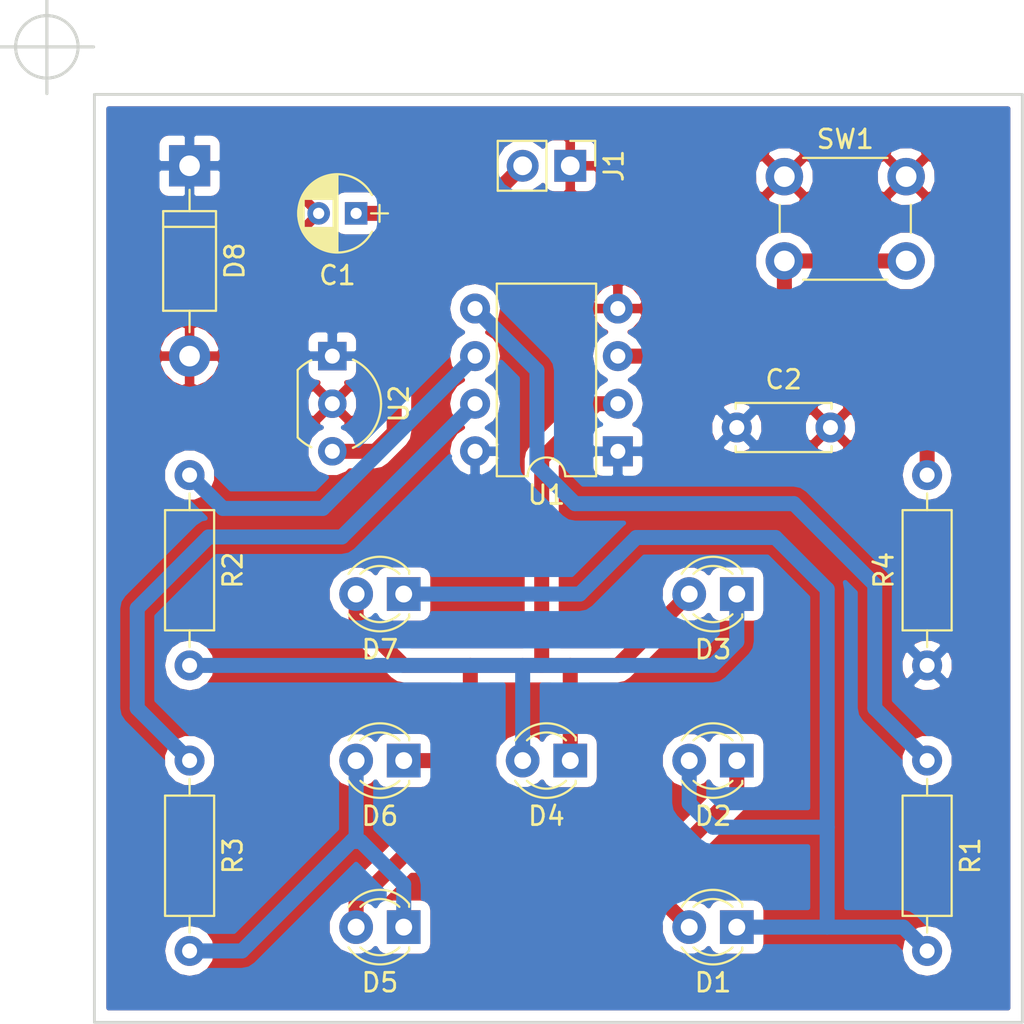
<source format=kicad_pcb>
(kicad_pcb (version 4) (host pcbnew 4.0.7)

  (general
    (links 34)
    (no_connects 1)
    (area 102.794999 88.824999 152.475001 138.505001)
    (thickness 1.6)
    (drawings 14)
    (tracks 83)
    (zones 0)
    (modules 18)
    (nets 12)
  )

  (page A4)
  (layers
    (0 F.Cu signal)
    (31 B.Cu signal)
    (32 B.Adhes user)
    (33 F.Adhes user)
    (34 B.Paste user)
    (35 F.Paste user)
    (36 B.SilkS user)
    (37 F.SilkS user)
    (38 B.Mask user)
    (39 F.Mask user)
    (40 Dwgs.User user)
    (41 Cmts.User user)
    (42 Eco1.User user)
    (43 Eco2.User user)
    (44 Edge.Cuts user)
    (45 Margin user)
    (46 B.CrtYd user)
    (47 F.CrtYd user)
    (48 B.Fab user)
    (49 F.Fab user)
  )

  (setup
    (last_trace_width 0.8)
    (trace_clearance 0.4)
    (zone_clearance 0.508)
    (zone_45_only no)
    (trace_min 0.2)
    (segment_width 0.2)
    (edge_width 0.15)
    (via_size 0.9)
    (via_drill 0.6)
    (via_min_size 0.4)
    (via_min_drill 0.3)
    (uvia_size 0.3)
    (uvia_drill 0.1)
    (uvias_allowed no)
    (uvia_min_size 0.2)
    (uvia_min_drill 0.1)
    (pcb_text_width 0.3)
    (pcb_text_size 1.5 1.5)
    (mod_edge_width 0.15)
    (mod_text_size 1 1)
    (mod_text_width 0.15)
    (pad_size 1.524 1.524)
    (pad_drill 0.762)
    (pad_to_mask_clearance 0.2)
    (aux_axis_origin 0 0)
    (visible_elements FFFFFF7F)
    (pcbplotparams
      (layerselection 0x00030_80000001)
      (usegerberextensions false)
      (excludeedgelayer true)
      (linewidth 0.100000)
      (plotframeref false)
      (viasonmask false)
      (mode 1)
      (useauxorigin false)
      (hpglpennumber 1)
      (hpglpenspeed 20)
      (hpglpendiameter 15)
      (hpglpenoverlay 2)
      (psnegative false)
      (psa4output false)
      (plotreference true)
      (plotvalue true)
      (plotinvisibletext false)
      (padsonsilk false)
      (subtractmaskfromsilk false)
      (outputformat 1)
      (mirror false)
      (drillshape 1)
      (scaleselection 1)
      (outputdirectory ""))
  )

  (net 0 "")
  (net 1 VCC)
  (net 2 /LED1)
  (net 3 /LED_REF)
  (net 4 /LED2)
  (net 5 /LED3)
  (net 6 GND)
  (net 7 /BTN)
  (net 8 "Net-(C1-Pad1)")
  (net 9 "Net-(D1-Pad1)")
  (net 10 "Net-(D3-Pad1)")
  (net 11 "Net-(D5-Pad1)")

  (net_class Default "This is the default net class."
    (clearance 0.4)
    (trace_width 0.8)
    (via_dia 0.9)
    (via_drill 0.6)
    (uvia_dia 0.3)
    (uvia_drill 0.1)
    (add_net /BTN)
    (add_net /LED1)
    (add_net /LED2)
    (add_net /LED3)
    (add_net /LED_REF)
    (add_net GND)
    (add_net "Net-(C1-Pad1)")
    (add_net "Net-(D1-Pad1)")
    (add_net "Net-(D3-Pad1)")
    (add_net "Net-(D5-Pad1)")
    (add_net VCC)
  )

  (module Housings_DIP:DIP-8_W7.62mm (layer F.Cu) (tedit 59C78D6B) (tstamp 5B903DE8)
    (at 130.81 107.95 180)
    (descr "8-lead though-hole mounted DIP package, row spacing 7.62 mm (300 mils)")
    (tags "THT DIP DIL PDIP 2.54mm 7.62mm 300mil")
    (path /5B902F53)
    (fp_text reference U1 (at 3.81 -2.33 180) (layer F.SilkS)
      (effects (font (size 1 1) (thickness 0.15)))
    )
    (fp_text value ATTINY13A-PU (at 3.81 9.95 180) (layer F.Fab)
      (effects (font (size 1 1) (thickness 0.15)))
    )
    (fp_arc (start 3.81 -1.33) (end 2.81 -1.33) (angle -180) (layer F.SilkS) (width 0.12))
    (fp_line (start 1.635 -1.27) (end 6.985 -1.27) (layer F.Fab) (width 0.1))
    (fp_line (start 6.985 -1.27) (end 6.985 8.89) (layer F.Fab) (width 0.1))
    (fp_line (start 6.985 8.89) (end 0.635 8.89) (layer F.Fab) (width 0.1))
    (fp_line (start 0.635 8.89) (end 0.635 -0.27) (layer F.Fab) (width 0.1))
    (fp_line (start 0.635 -0.27) (end 1.635 -1.27) (layer F.Fab) (width 0.1))
    (fp_line (start 2.81 -1.33) (end 1.16 -1.33) (layer F.SilkS) (width 0.12))
    (fp_line (start 1.16 -1.33) (end 1.16 8.95) (layer F.SilkS) (width 0.12))
    (fp_line (start 1.16 8.95) (end 6.46 8.95) (layer F.SilkS) (width 0.12))
    (fp_line (start 6.46 8.95) (end 6.46 -1.33) (layer F.SilkS) (width 0.12))
    (fp_line (start 6.46 -1.33) (end 4.81 -1.33) (layer F.SilkS) (width 0.12))
    (fp_line (start -1.1 -1.55) (end -1.1 9.15) (layer F.CrtYd) (width 0.05))
    (fp_line (start -1.1 9.15) (end 8.7 9.15) (layer F.CrtYd) (width 0.05))
    (fp_line (start 8.7 9.15) (end 8.7 -1.55) (layer F.CrtYd) (width 0.05))
    (fp_line (start 8.7 -1.55) (end -1.1 -1.55) (layer F.CrtYd) (width 0.05))
    (fp_text user %R (at 3.81 3.81 180) (layer F.Fab)
      (effects (font (size 1 1) (thickness 0.15)))
    )
    (pad 1 thru_hole rect (at 0 0 180) (size 1.6 1.6) (drill 0.8) (layers *.Cu *.Mask)
      (net 1 VCC))
    (pad 5 thru_hole oval (at 7.62 7.62 180) (size 1.6 1.6) (drill 0.8) (layers *.Cu *.Mask)
      (net 2 /LED1))
    (pad 2 thru_hole oval (at 0 2.54 180) (size 1.6 1.6) (drill 0.8) (layers *.Cu *.Mask)
      (net 3 /LED_REF))
    (pad 6 thru_hole oval (at 7.62 5.08 180) (size 1.6 1.6) (drill 0.8) (layers *.Cu *.Mask)
      (net 4 /LED2))
    (pad 3 thru_hole oval (at 0 5.08 180) (size 1.6 1.6) (drill 0.8) (layers *.Cu *.Mask)
      (net 7 /BTN))
    (pad 7 thru_hole oval (at 7.62 2.54 180) (size 1.6 1.6) (drill 0.8) (layers *.Cu *.Mask)
      (net 5 /LED3))
    (pad 4 thru_hole oval (at 0 7.62 180) (size 1.6 1.6) (drill 0.8) (layers *.Cu *.Mask)
      (net 6 GND))
    (pad 8 thru_hole oval (at 7.62 0 180) (size 1.6 1.6) (drill 0.8) (layers *.Cu *.Mask)
      (net 1 VCC))
    (model ${KISYS3DMOD}/Housings_DIP.3dshapes/DIP-8_W7.62mm.wrl
      (at (xyz 0 0 0))
      (scale (xyz 1 1 1))
      (rotate (xyz 0 0 0))
    )
  )

  (module Buttons_Switches_THT:SW_PUSH_6mm (layer F.Cu) (tedit 5923F252) (tstamp 5B904793)
    (at 139.7 93.29)
    (descr https://www.omron.com/ecb/products/pdf/en-b3f.pdf)
    (tags "tact sw push 6mm")
    (path /5B907217)
    (fp_text reference SW1 (at 3.25 -2) (layer F.SilkS)
      (effects (font (size 1 1) (thickness 0.15)))
    )
    (fp_text value SW_Push (at 3.75 6.7) (layer F.Fab)
      (effects (font (size 1 1) (thickness 0.15)))
    )
    (fp_text user %R (at 3.25 2.25) (layer F.Fab)
      (effects (font (size 1 1) (thickness 0.15)))
    )
    (fp_line (start 3.25 -0.75) (end 6.25 -0.75) (layer F.Fab) (width 0.1))
    (fp_line (start 6.25 -0.75) (end 6.25 5.25) (layer F.Fab) (width 0.1))
    (fp_line (start 6.25 5.25) (end 0.25 5.25) (layer F.Fab) (width 0.1))
    (fp_line (start 0.25 5.25) (end 0.25 -0.75) (layer F.Fab) (width 0.1))
    (fp_line (start 0.25 -0.75) (end 3.25 -0.75) (layer F.Fab) (width 0.1))
    (fp_line (start 7.75 6) (end 8 6) (layer F.CrtYd) (width 0.05))
    (fp_line (start 8 6) (end 8 5.75) (layer F.CrtYd) (width 0.05))
    (fp_line (start 7.75 -1.5) (end 8 -1.5) (layer F.CrtYd) (width 0.05))
    (fp_line (start 8 -1.5) (end 8 -1.25) (layer F.CrtYd) (width 0.05))
    (fp_line (start -1.5 -1.25) (end -1.5 -1.5) (layer F.CrtYd) (width 0.05))
    (fp_line (start -1.5 -1.5) (end -1.25 -1.5) (layer F.CrtYd) (width 0.05))
    (fp_line (start -1.5 5.75) (end -1.5 6) (layer F.CrtYd) (width 0.05))
    (fp_line (start -1.5 6) (end -1.25 6) (layer F.CrtYd) (width 0.05))
    (fp_line (start -1.25 -1.5) (end 7.75 -1.5) (layer F.CrtYd) (width 0.05))
    (fp_line (start -1.5 5.75) (end -1.5 -1.25) (layer F.CrtYd) (width 0.05))
    (fp_line (start 7.75 6) (end -1.25 6) (layer F.CrtYd) (width 0.05))
    (fp_line (start 8 -1.25) (end 8 5.75) (layer F.CrtYd) (width 0.05))
    (fp_line (start 1 5.5) (end 5.5 5.5) (layer F.SilkS) (width 0.12))
    (fp_line (start -0.25 1.5) (end -0.25 3) (layer F.SilkS) (width 0.12))
    (fp_line (start 5.5 -1) (end 1 -1) (layer F.SilkS) (width 0.12))
    (fp_line (start 6.75 3) (end 6.75 1.5) (layer F.SilkS) (width 0.12))
    (fp_circle (center 3.25 2.25) (end 1.25 2.5) (layer F.Fab) (width 0.1))
    (pad 2 thru_hole circle (at 0 4.5 90) (size 2 2) (drill 1.1) (layers *.Cu *.Mask)
      (net 7 /BTN))
    (pad 1 thru_hole circle (at 0 0 90) (size 2 2) (drill 1.1) (layers *.Cu *.Mask)
      (net 6 GND))
    (pad 2 thru_hole circle (at 6.5 4.5 90) (size 2 2) (drill 1.1) (layers *.Cu *.Mask)
      (net 7 /BTN))
    (pad 1 thru_hole circle (at 6.5 0 90) (size 2 2) (drill 1.1) (layers *.Cu *.Mask)
      (net 6 GND))
    (model ${KISYS3DMOD}/Buttons_Switches_THT.3dshapes/SW_PUSH_6mm.wrl
      (at (xyz 0.005 0 0))
      (scale (xyz 0.3937 0.3937 0.3937))
      (rotate (xyz 0 0 0))
    )
  )

  (module Capacitors_THT:C_Disc_D5.0mm_W2.5mm_P5.00mm (layer F.Cu) (tedit 597BC7C2) (tstamp 5B90651F)
    (at 137.16 106.68)
    (descr "C, Disc series, Radial, pin pitch=5.00mm, , diameter*width=5*2.5mm^2, Capacitor, http://cdn-reichelt.de/documents/datenblatt/B300/DS_KERKO_TC.pdf")
    (tags "C Disc series Radial pin pitch 5.00mm  diameter 5mm width 2.5mm Capacitor")
    (path /5B906429)
    (fp_text reference C2 (at 2.5 -2.56) (layer F.SilkS)
      (effects (font (size 1 1) (thickness 0.15)))
    )
    (fp_text value 0.1uF (at 2.5 2.56) (layer F.Fab)
      (effects (font (size 1 1) (thickness 0.15)))
    )
    (fp_line (start 0 -1.25) (end 0 1.25) (layer F.Fab) (width 0.1))
    (fp_line (start 0 1.25) (end 5 1.25) (layer F.Fab) (width 0.1))
    (fp_line (start 5 1.25) (end 5 -1.25) (layer F.Fab) (width 0.1))
    (fp_line (start 5 -1.25) (end 0 -1.25) (layer F.Fab) (width 0.1))
    (fp_line (start -0.06 -1.31) (end 5.06 -1.31) (layer F.SilkS) (width 0.12))
    (fp_line (start -0.06 1.31) (end 5.06 1.31) (layer F.SilkS) (width 0.12))
    (fp_line (start -0.06 -1.31) (end -0.06 -0.996) (layer F.SilkS) (width 0.12))
    (fp_line (start -0.06 0.996) (end -0.06 1.31) (layer F.SilkS) (width 0.12))
    (fp_line (start 5.06 -1.31) (end 5.06 -0.996) (layer F.SilkS) (width 0.12))
    (fp_line (start 5.06 0.996) (end 5.06 1.31) (layer F.SilkS) (width 0.12))
    (fp_line (start -1.05 -1.6) (end -1.05 1.6) (layer F.CrtYd) (width 0.05))
    (fp_line (start -1.05 1.6) (end 6.05 1.6) (layer F.CrtYd) (width 0.05))
    (fp_line (start 6.05 1.6) (end 6.05 -1.6) (layer F.CrtYd) (width 0.05))
    (fp_line (start 6.05 -1.6) (end -1.05 -1.6) (layer F.CrtYd) (width 0.05))
    (fp_text user %R (at 2.5 0) (layer F.Fab)
      (effects (font (size 1 1) (thickness 0.15)))
    )
    (pad 1 thru_hole circle (at 0 0) (size 1.6 1.6) (drill 0.8) (layers *.Cu *.Mask)
      (net 1 VCC))
    (pad 2 thru_hole circle (at 5 0) (size 1.6 1.6) (drill 0.8) (layers *.Cu *.Mask)
      (net 6 GND))
    (model ${KISYS3DMOD}/Capacitors_THT.3dshapes/C_Disc_D5.0mm_W2.5mm_P5.00mm.wrl
      (at (xyz 0 0 0))
      (scale (xyz 1 1 1))
      (rotate (xyz 0 0 0))
    )
  )

  (module Diodes_THT:D_DO-41_SOD81_P10.16mm_Horizontal (layer F.Cu) (tedit 5921392F) (tstamp 5B916FBA)
    (at 107.95 92.71 270)
    (descr "D, DO-41_SOD81 series, Axial, Horizontal, pin pitch=10.16mm, , length*diameter=5.2*2.7mm^2, , http://www.diodes.com/_files/packages/DO-41%20(Plastic).pdf")
    (tags "D DO-41_SOD81 series Axial Horizontal pin pitch 10.16mm  length 5.2mm diameter 2.7mm")
    (path /5B908914)
    (fp_text reference D8 (at 5.08 -2.41 270) (layer F.SilkS)
      (effects (font (size 1 1) (thickness 0.15)))
    )
    (fp_text value D (at 5.08 2.41 270) (layer F.Fab)
      (effects (font (size 1 1) (thickness 0.15)))
    )
    (fp_text user %R (at 5.08 0 270) (layer F.Fab)
      (effects (font (size 1 1) (thickness 0.15)))
    )
    (fp_line (start 2.48 -1.35) (end 2.48 1.35) (layer F.Fab) (width 0.1))
    (fp_line (start 2.48 1.35) (end 7.68 1.35) (layer F.Fab) (width 0.1))
    (fp_line (start 7.68 1.35) (end 7.68 -1.35) (layer F.Fab) (width 0.1))
    (fp_line (start 7.68 -1.35) (end 2.48 -1.35) (layer F.Fab) (width 0.1))
    (fp_line (start 0 0) (end 2.48 0) (layer F.Fab) (width 0.1))
    (fp_line (start 10.16 0) (end 7.68 0) (layer F.Fab) (width 0.1))
    (fp_line (start 3.26 -1.35) (end 3.26 1.35) (layer F.Fab) (width 0.1))
    (fp_line (start 2.42 -1.41) (end 2.42 1.41) (layer F.SilkS) (width 0.12))
    (fp_line (start 2.42 1.41) (end 7.74 1.41) (layer F.SilkS) (width 0.12))
    (fp_line (start 7.74 1.41) (end 7.74 -1.41) (layer F.SilkS) (width 0.12))
    (fp_line (start 7.74 -1.41) (end 2.42 -1.41) (layer F.SilkS) (width 0.12))
    (fp_line (start 1.28 0) (end 2.42 0) (layer F.SilkS) (width 0.12))
    (fp_line (start 8.88 0) (end 7.74 0) (layer F.SilkS) (width 0.12))
    (fp_line (start 3.26 -1.41) (end 3.26 1.41) (layer F.SilkS) (width 0.12))
    (fp_line (start -1.35 -1.7) (end -1.35 1.7) (layer F.CrtYd) (width 0.05))
    (fp_line (start -1.35 1.7) (end 11.55 1.7) (layer F.CrtYd) (width 0.05))
    (fp_line (start 11.55 1.7) (end 11.55 -1.7) (layer F.CrtYd) (width 0.05))
    (fp_line (start 11.55 -1.7) (end -1.35 -1.7) (layer F.CrtYd) (width 0.05))
    (pad 1 thru_hole rect (at 0 0 270) (size 2.2 2.2) (drill 1.1) (layers *.Cu *.Mask)
      (net 1 VCC))
    (pad 2 thru_hole oval (at 10.16 0 270) (size 2.2 2.2) (drill 1.1) (layers *.Cu *.Mask)
      (net 6 GND))
    (model ${KISYS3DMOD}/Diodes_THT.3dshapes/D_DO-41_SOD81_P10.16mm_Horizontal.wrl
      (at (xyz 0 0 0))
      (scale (xyz 0.393701 0.393701 0.393701))
      (rotate (xyz 0 0 0))
    )
  )

  (module Resistors_THT:R_Axial_DIN0207_L6.3mm_D2.5mm_P10.16mm_Horizontal (layer F.Cu) (tedit 5874F706) (tstamp 5B9170C7)
    (at 107.95 124.46 270)
    (descr "Resistor, Axial_DIN0207 series, Axial, Horizontal, pin pitch=10.16mm, 0.25W = 1/4W, length*diameter=6.3*2.5mm^2, http://cdn-reichelt.de/documents/datenblatt/B400/1_4W%23YAG.pdf")
    (tags "Resistor Axial_DIN0207 series Axial Horizontal pin pitch 10.16mm 0.25W = 1/4W length 6.3mm diameter 2.5mm")
    (path /5B969FC8)
    (fp_text reference R3 (at 5.08 -2.31 270) (layer F.SilkS)
      (effects (font (size 1 1) (thickness 0.15)))
    )
    (fp_text value 100R (at 5.08 2.31 270) (layer F.Fab)
      (effects (font (size 1 1) (thickness 0.15)))
    )
    (fp_line (start 1.93 -1.25) (end 1.93 1.25) (layer F.Fab) (width 0.1))
    (fp_line (start 1.93 1.25) (end 8.23 1.25) (layer F.Fab) (width 0.1))
    (fp_line (start 8.23 1.25) (end 8.23 -1.25) (layer F.Fab) (width 0.1))
    (fp_line (start 8.23 -1.25) (end 1.93 -1.25) (layer F.Fab) (width 0.1))
    (fp_line (start 0 0) (end 1.93 0) (layer F.Fab) (width 0.1))
    (fp_line (start 10.16 0) (end 8.23 0) (layer F.Fab) (width 0.1))
    (fp_line (start 1.87 -1.31) (end 1.87 1.31) (layer F.SilkS) (width 0.12))
    (fp_line (start 1.87 1.31) (end 8.29 1.31) (layer F.SilkS) (width 0.12))
    (fp_line (start 8.29 1.31) (end 8.29 -1.31) (layer F.SilkS) (width 0.12))
    (fp_line (start 8.29 -1.31) (end 1.87 -1.31) (layer F.SilkS) (width 0.12))
    (fp_line (start 0.98 0) (end 1.87 0) (layer F.SilkS) (width 0.12))
    (fp_line (start 9.18 0) (end 8.29 0) (layer F.SilkS) (width 0.12))
    (fp_line (start -1.05 -1.6) (end -1.05 1.6) (layer F.CrtYd) (width 0.05))
    (fp_line (start -1.05 1.6) (end 11.25 1.6) (layer F.CrtYd) (width 0.05))
    (fp_line (start 11.25 1.6) (end 11.25 -1.6) (layer F.CrtYd) (width 0.05))
    (fp_line (start 11.25 -1.6) (end -1.05 -1.6) (layer F.CrtYd) (width 0.05))
    (pad 1 thru_hole circle (at 0 0 270) (size 1.6 1.6) (drill 0.8) (layers *.Cu *.Mask)
      (net 5 /LED3))
    (pad 2 thru_hole oval (at 10.16 0 270) (size 1.6 1.6) (drill 0.8) (layers *.Cu *.Mask)
      (net 11 "Net-(D5-Pad1)"))
    (model ${KISYS3DMOD}/Resistors_THT.3dshapes/R_Axial_DIN0207_L6.3mm_D2.5mm_P10.16mm_Horizontal.wrl
      (at (xyz 0 0 0))
      (scale (xyz 0.393701 0.393701 0.393701))
      (rotate (xyz 0 0 0))
    )
  )

  (module Resistors_THT:R_Axial_DIN0207_L6.3mm_D2.5mm_P10.16mm_Horizontal (layer F.Cu) (tedit 5874F706) (tstamp 5B9170CC)
    (at 147.32 119.38 90)
    (descr "Resistor, Axial_DIN0207 series, Axial, Horizontal, pin pitch=10.16mm, 0.25W = 1/4W, length*diameter=6.3*2.5mm^2, http://cdn-reichelt.de/documents/datenblatt/B400/1_4W%23YAG.pdf")
    (tags "Resistor Axial_DIN0207 series Axial Horizontal pin pitch 10.16mm 0.25W = 1/4W length 6.3mm diameter 2.5mm")
    (path /5B9078E2)
    (fp_text reference R4 (at 5.08 -2.31 90) (layer F.SilkS)
      (effects (font (size 1 1) (thickness 0.15)))
    )
    (fp_text value 1M (at 5.08 2.31 90) (layer F.Fab)
      (effects (font (size 1 1) (thickness 0.15)))
    )
    (fp_line (start 1.93 -1.25) (end 1.93 1.25) (layer F.Fab) (width 0.1))
    (fp_line (start 1.93 1.25) (end 8.23 1.25) (layer F.Fab) (width 0.1))
    (fp_line (start 8.23 1.25) (end 8.23 -1.25) (layer F.Fab) (width 0.1))
    (fp_line (start 8.23 -1.25) (end 1.93 -1.25) (layer F.Fab) (width 0.1))
    (fp_line (start 0 0) (end 1.93 0) (layer F.Fab) (width 0.1))
    (fp_line (start 10.16 0) (end 8.23 0) (layer F.Fab) (width 0.1))
    (fp_line (start 1.87 -1.31) (end 1.87 1.31) (layer F.SilkS) (width 0.12))
    (fp_line (start 1.87 1.31) (end 8.29 1.31) (layer F.SilkS) (width 0.12))
    (fp_line (start 8.29 1.31) (end 8.29 -1.31) (layer F.SilkS) (width 0.12))
    (fp_line (start 8.29 -1.31) (end 1.87 -1.31) (layer F.SilkS) (width 0.12))
    (fp_line (start 0.98 0) (end 1.87 0) (layer F.SilkS) (width 0.12))
    (fp_line (start 9.18 0) (end 8.29 0) (layer F.SilkS) (width 0.12))
    (fp_line (start -1.05 -1.6) (end -1.05 1.6) (layer F.CrtYd) (width 0.05))
    (fp_line (start -1.05 1.6) (end 11.25 1.6) (layer F.CrtYd) (width 0.05))
    (fp_line (start 11.25 1.6) (end 11.25 -1.6) (layer F.CrtYd) (width 0.05))
    (fp_line (start 11.25 -1.6) (end -1.05 -1.6) (layer F.CrtYd) (width 0.05))
    (pad 1 thru_hole circle (at 0 0 90) (size 1.6 1.6) (drill 0.8) (layers *.Cu *.Mask)
      (net 1 VCC))
    (pad 2 thru_hole oval (at 10.16 0 90) (size 1.6 1.6) (drill 0.8) (layers *.Cu *.Mask)
      (net 7 /BTN))
    (model ${KISYS3DMOD}/Resistors_THT.3dshapes/R_Axial_DIN0207_L6.3mm_D2.5mm_P10.16mm_Horizontal.wrl
      (at (xyz 0 0 0))
      (scale (xyz 0.393701 0.393701 0.393701))
      (rotate (xyz 0 0 0))
    )
  )

  (module Pin_Headers:Pin_Header_Straight_1x02_Pitch2.54mm (layer F.Cu) (tedit 59650532) (tstamp 5B91823E)
    (at 128.27 92.71 270)
    (descr "Through hole straight pin header, 1x02, 2.54mm pitch, single row")
    (tags "Through hole pin header THT 1x02 2.54mm single row")
    (path /5B918DEB)
    (fp_text reference J1 (at 0 -2.33 270) (layer F.SilkS)
      (effects (font (size 1 1) (thickness 0.15)))
    )
    (fp_text value Conn_01x02 (at 0 4.87 270) (layer F.Fab)
      (effects (font (size 1 1) (thickness 0.15)))
    )
    (fp_line (start -0.635 -1.27) (end 1.27 -1.27) (layer F.Fab) (width 0.1))
    (fp_line (start 1.27 -1.27) (end 1.27 3.81) (layer F.Fab) (width 0.1))
    (fp_line (start 1.27 3.81) (end -1.27 3.81) (layer F.Fab) (width 0.1))
    (fp_line (start -1.27 3.81) (end -1.27 -0.635) (layer F.Fab) (width 0.1))
    (fp_line (start -1.27 -0.635) (end -0.635 -1.27) (layer F.Fab) (width 0.1))
    (fp_line (start -1.33 3.87) (end 1.33 3.87) (layer F.SilkS) (width 0.12))
    (fp_line (start -1.33 1.27) (end -1.33 3.87) (layer F.SilkS) (width 0.12))
    (fp_line (start 1.33 1.27) (end 1.33 3.87) (layer F.SilkS) (width 0.12))
    (fp_line (start -1.33 1.27) (end 1.33 1.27) (layer F.SilkS) (width 0.12))
    (fp_line (start -1.33 0) (end -1.33 -1.33) (layer F.SilkS) (width 0.12))
    (fp_line (start -1.33 -1.33) (end 0 -1.33) (layer F.SilkS) (width 0.12))
    (fp_line (start -1.8 -1.8) (end -1.8 4.35) (layer F.CrtYd) (width 0.05))
    (fp_line (start -1.8 4.35) (end 1.8 4.35) (layer F.CrtYd) (width 0.05))
    (fp_line (start 1.8 4.35) (end 1.8 -1.8) (layer F.CrtYd) (width 0.05))
    (fp_line (start 1.8 -1.8) (end -1.8 -1.8) (layer F.CrtYd) (width 0.05))
    (fp_text user %R (at 0 1.27 450) (layer F.Fab)
      (effects (font (size 1 1) (thickness 0.15)))
    )
    (pad 1 thru_hole rect (at 0 0 270) (size 1.7 1.7) (drill 1) (layers *.Cu *.Mask)
      (net 6 GND))
    (pad 2 thru_hole oval (at 0 2.54 270) (size 1.7 1.7) (drill 1) (layers *.Cu *.Mask)
      (net 8 "Net-(C1-Pad1)"))
    (model ${KISYS3DMOD}/Pin_Headers.3dshapes/Pin_Header_Straight_1x02_Pitch2.54mm.wrl
      (at (xyz 0 0 0))
      (scale (xyz 1 1 1))
      (rotate (xyz 0 0 0))
    )
  )

  (module LEDs:LED_D3.0mm (layer F.Cu) (tedit 587A3A7B) (tstamp 5B969D5A)
    (at 137.16 133.35 180)
    (descr "LED, diameter 3.0mm, 2 pins")
    (tags "LED diameter 3.0mm 2 pins")
    (path /5B9041A9)
    (fp_text reference D1 (at 1.27 -2.96 180) (layer F.SilkS)
      (effects (font (size 1 1) (thickness 0.15)))
    )
    (fp_text value LED (at 1.27 2.96 180) (layer F.Fab)
      (effects (font (size 1 1) (thickness 0.15)))
    )
    (fp_arc (start 1.27 0) (end -0.23 -1.16619) (angle 284.3) (layer F.Fab) (width 0.1))
    (fp_arc (start 1.27 0) (end -0.29 -1.235516) (angle 108.8) (layer F.SilkS) (width 0.12))
    (fp_arc (start 1.27 0) (end -0.29 1.235516) (angle -108.8) (layer F.SilkS) (width 0.12))
    (fp_arc (start 1.27 0) (end 0.229039 -1.08) (angle 87.9) (layer F.SilkS) (width 0.12))
    (fp_arc (start 1.27 0) (end 0.229039 1.08) (angle -87.9) (layer F.SilkS) (width 0.12))
    (fp_circle (center 1.27 0) (end 2.77 0) (layer F.Fab) (width 0.1))
    (fp_line (start -0.23 -1.16619) (end -0.23 1.16619) (layer F.Fab) (width 0.1))
    (fp_line (start -0.29 -1.236) (end -0.29 -1.08) (layer F.SilkS) (width 0.12))
    (fp_line (start -0.29 1.08) (end -0.29 1.236) (layer F.SilkS) (width 0.12))
    (fp_line (start -1.15 -2.25) (end -1.15 2.25) (layer F.CrtYd) (width 0.05))
    (fp_line (start -1.15 2.25) (end 3.7 2.25) (layer F.CrtYd) (width 0.05))
    (fp_line (start 3.7 2.25) (end 3.7 -2.25) (layer F.CrtYd) (width 0.05))
    (fp_line (start 3.7 -2.25) (end -1.15 -2.25) (layer F.CrtYd) (width 0.05))
    (pad 1 thru_hole rect (at 0 0 180) (size 1.8 1.8) (drill 0.9) (layers *.Cu *.Mask)
      (net 9 "Net-(D1-Pad1)"))
    (pad 2 thru_hole circle (at 2.54 0 180) (size 1.8 1.8) (drill 0.9) (layers *.Cu *.Mask)
      (net 3 /LED_REF))
    (model ${KISYS3DMOD}/LEDs.3dshapes/LED_D3.0mm.wrl
      (at (xyz 0 0 0))
      (scale (xyz 0.393701 0.393701 0.393701))
      (rotate (xyz 0 0 0))
    )
  )

  (module LEDs:LED_D3.0mm (layer F.Cu) (tedit 587A3A7B) (tstamp 5B969D5F)
    (at 137.16 124.46 180)
    (descr "LED, diameter 3.0mm, 2 pins")
    (tags "LED diameter 3.0mm 2 pins")
    (path /5B904312)
    (fp_text reference D2 (at 1.27 -2.96 180) (layer F.SilkS)
      (effects (font (size 1 1) (thickness 0.15)))
    )
    (fp_text value LED (at 1.27 2.96 180) (layer F.Fab)
      (effects (font (size 1 1) (thickness 0.15)))
    )
    (fp_arc (start 1.27 0) (end -0.23 -1.16619) (angle 284.3) (layer F.Fab) (width 0.1))
    (fp_arc (start 1.27 0) (end -0.29 -1.235516) (angle 108.8) (layer F.SilkS) (width 0.12))
    (fp_arc (start 1.27 0) (end -0.29 1.235516) (angle -108.8) (layer F.SilkS) (width 0.12))
    (fp_arc (start 1.27 0) (end 0.229039 -1.08) (angle 87.9) (layer F.SilkS) (width 0.12))
    (fp_arc (start 1.27 0) (end 0.229039 1.08) (angle -87.9) (layer F.SilkS) (width 0.12))
    (fp_circle (center 1.27 0) (end 2.77 0) (layer F.Fab) (width 0.1))
    (fp_line (start -0.23 -1.16619) (end -0.23 1.16619) (layer F.Fab) (width 0.1))
    (fp_line (start -0.29 -1.236) (end -0.29 -1.08) (layer F.SilkS) (width 0.12))
    (fp_line (start -0.29 1.08) (end -0.29 1.236) (layer F.SilkS) (width 0.12))
    (fp_line (start -1.15 -2.25) (end -1.15 2.25) (layer F.CrtYd) (width 0.05))
    (fp_line (start -1.15 2.25) (end 3.7 2.25) (layer F.CrtYd) (width 0.05))
    (fp_line (start 3.7 2.25) (end 3.7 -2.25) (layer F.CrtYd) (width 0.05))
    (fp_line (start 3.7 -2.25) (end -1.15 -2.25) (layer F.CrtYd) (width 0.05))
    (pad 1 thru_hole rect (at 0 0 180) (size 1.8 1.8) (drill 0.9) (layers *.Cu *.Mask)
      (net 3 /LED_REF))
    (pad 2 thru_hole circle (at 2.54 0 180) (size 1.8 1.8) (drill 0.9) (layers *.Cu *.Mask)
      (net 9 "Net-(D1-Pad1)"))
    (model ${KISYS3DMOD}/LEDs.3dshapes/LED_D3.0mm.wrl
      (at (xyz 0 0 0))
      (scale (xyz 0.393701 0.393701 0.393701))
      (rotate (xyz 0 0 0))
    )
  )

  (module LEDs:LED_D3.0mm (layer F.Cu) (tedit 587A3A7B) (tstamp 5B969D64)
    (at 137.16 115.57 180)
    (descr "LED, diameter 3.0mm, 2 pins")
    (tags "LED diameter 3.0mm 2 pins")
    (path /5B904351)
    (fp_text reference D3 (at 1.27 -2.96 180) (layer F.SilkS)
      (effects (font (size 1 1) (thickness 0.15)))
    )
    (fp_text value LED (at 1.27 2.96 180) (layer F.Fab)
      (effects (font (size 1 1) (thickness 0.15)))
    )
    (fp_arc (start 1.27 0) (end -0.23 -1.16619) (angle 284.3) (layer F.Fab) (width 0.1))
    (fp_arc (start 1.27 0) (end -0.29 -1.235516) (angle 108.8) (layer F.SilkS) (width 0.12))
    (fp_arc (start 1.27 0) (end -0.29 1.235516) (angle -108.8) (layer F.SilkS) (width 0.12))
    (fp_arc (start 1.27 0) (end 0.229039 -1.08) (angle 87.9) (layer F.SilkS) (width 0.12))
    (fp_arc (start 1.27 0) (end 0.229039 1.08) (angle -87.9) (layer F.SilkS) (width 0.12))
    (fp_circle (center 1.27 0) (end 2.77 0) (layer F.Fab) (width 0.1))
    (fp_line (start -0.23 -1.16619) (end -0.23 1.16619) (layer F.Fab) (width 0.1))
    (fp_line (start -0.29 -1.236) (end -0.29 -1.08) (layer F.SilkS) (width 0.12))
    (fp_line (start -0.29 1.08) (end -0.29 1.236) (layer F.SilkS) (width 0.12))
    (fp_line (start -1.15 -2.25) (end -1.15 2.25) (layer F.CrtYd) (width 0.05))
    (fp_line (start -1.15 2.25) (end 3.7 2.25) (layer F.CrtYd) (width 0.05))
    (fp_line (start 3.7 2.25) (end 3.7 -2.25) (layer F.CrtYd) (width 0.05))
    (fp_line (start 3.7 -2.25) (end -1.15 -2.25) (layer F.CrtYd) (width 0.05))
    (pad 1 thru_hole rect (at 0 0 180) (size 1.8 1.8) (drill 0.9) (layers *.Cu *.Mask)
      (net 10 "Net-(D3-Pad1)"))
    (pad 2 thru_hole circle (at 2.54 0 180) (size 1.8 1.8) (drill 0.9) (layers *.Cu *.Mask)
      (net 3 /LED_REF))
    (model ${KISYS3DMOD}/LEDs.3dshapes/LED_D3.0mm.wrl
      (at (xyz 0 0 0))
      (scale (xyz 0.393701 0.393701 0.393701))
      (rotate (xyz 0 0 0))
    )
  )

  (module LEDs:LED_D3.0mm (layer F.Cu) (tedit 587A3A7B) (tstamp 5B969D69)
    (at 128.27 124.46 180)
    (descr "LED, diameter 3.0mm, 2 pins")
    (tags "LED diameter 3.0mm 2 pins")
    (path /5B904397)
    (fp_text reference D4 (at 1.27 -2.96 180) (layer F.SilkS)
      (effects (font (size 1 1) (thickness 0.15)))
    )
    (fp_text value LED (at 1.27 2.96 180) (layer F.Fab)
      (effects (font (size 1 1) (thickness 0.15)))
    )
    (fp_arc (start 1.27 0) (end -0.23 -1.16619) (angle 284.3) (layer F.Fab) (width 0.1))
    (fp_arc (start 1.27 0) (end -0.29 -1.235516) (angle 108.8) (layer F.SilkS) (width 0.12))
    (fp_arc (start 1.27 0) (end -0.29 1.235516) (angle -108.8) (layer F.SilkS) (width 0.12))
    (fp_arc (start 1.27 0) (end 0.229039 -1.08) (angle 87.9) (layer F.SilkS) (width 0.12))
    (fp_arc (start 1.27 0) (end 0.229039 1.08) (angle -87.9) (layer F.SilkS) (width 0.12))
    (fp_circle (center 1.27 0) (end 2.77 0) (layer F.Fab) (width 0.1))
    (fp_line (start -0.23 -1.16619) (end -0.23 1.16619) (layer F.Fab) (width 0.1))
    (fp_line (start -0.29 -1.236) (end -0.29 -1.08) (layer F.SilkS) (width 0.12))
    (fp_line (start -0.29 1.08) (end -0.29 1.236) (layer F.SilkS) (width 0.12))
    (fp_line (start -1.15 -2.25) (end -1.15 2.25) (layer F.CrtYd) (width 0.05))
    (fp_line (start -1.15 2.25) (end 3.7 2.25) (layer F.CrtYd) (width 0.05))
    (fp_line (start 3.7 2.25) (end 3.7 -2.25) (layer F.CrtYd) (width 0.05))
    (fp_line (start 3.7 -2.25) (end -1.15 -2.25) (layer F.CrtYd) (width 0.05))
    (pad 1 thru_hole rect (at 0 0 180) (size 1.8 1.8) (drill 0.9) (layers *.Cu *.Mask)
      (net 3 /LED_REF))
    (pad 2 thru_hole circle (at 2.54 0 180) (size 1.8 1.8) (drill 0.9) (layers *.Cu *.Mask)
      (net 10 "Net-(D3-Pad1)"))
    (model ${KISYS3DMOD}/LEDs.3dshapes/LED_D3.0mm.wrl
      (at (xyz 0 0 0))
      (scale (xyz 0.393701 0.393701 0.393701))
      (rotate (xyz 0 0 0))
    )
  )

  (module LEDs:LED_D3.0mm (layer F.Cu) (tedit 587A3A7B) (tstamp 5B969D6E)
    (at 119.38 133.35 180)
    (descr "LED, diameter 3.0mm, 2 pins")
    (tags "LED diameter 3.0mm 2 pins")
    (path /5B9043D0)
    (fp_text reference D5 (at 1.27 -2.96 180) (layer F.SilkS)
      (effects (font (size 1 1) (thickness 0.15)))
    )
    (fp_text value LED (at 1.27 2.96 180) (layer F.Fab)
      (effects (font (size 1 1) (thickness 0.15)))
    )
    (fp_arc (start 1.27 0) (end -0.23 -1.16619) (angle 284.3) (layer F.Fab) (width 0.1))
    (fp_arc (start 1.27 0) (end -0.29 -1.235516) (angle 108.8) (layer F.SilkS) (width 0.12))
    (fp_arc (start 1.27 0) (end -0.29 1.235516) (angle -108.8) (layer F.SilkS) (width 0.12))
    (fp_arc (start 1.27 0) (end 0.229039 -1.08) (angle 87.9) (layer F.SilkS) (width 0.12))
    (fp_arc (start 1.27 0) (end 0.229039 1.08) (angle -87.9) (layer F.SilkS) (width 0.12))
    (fp_circle (center 1.27 0) (end 2.77 0) (layer F.Fab) (width 0.1))
    (fp_line (start -0.23 -1.16619) (end -0.23 1.16619) (layer F.Fab) (width 0.1))
    (fp_line (start -0.29 -1.236) (end -0.29 -1.08) (layer F.SilkS) (width 0.12))
    (fp_line (start -0.29 1.08) (end -0.29 1.236) (layer F.SilkS) (width 0.12))
    (fp_line (start -1.15 -2.25) (end -1.15 2.25) (layer F.CrtYd) (width 0.05))
    (fp_line (start -1.15 2.25) (end 3.7 2.25) (layer F.CrtYd) (width 0.05))
    (fp_line (start 3.7 2.25) (end 3.7 -2.25) (layer F.CrtYd) (width 0.05))
    (fp_line (start 3.7 -2.25) (end -1.15 -2.25) (layer F.CrtYd) (width 0.05))
    (pad 1 thru_hole rect (at 0 0 180) (size 1.8 1.8) (drill 0.9) (layers *.Cu *.Mask)
      (net 11 "Net-(D5-Pad1)"))
    (pad 2 thru_hole circle (at 2.54 0 180) (size 1.8 1.8) (drill 0.9) (layers *.Cu *.Mask)
      (net 3 /LED_REF))
    (model ${KISYS3DMOD}/LEDs.3dshapes/LED_D3.0mm.wrl
      (at (xyz 0 0 0))
      (scale (xyz 0.393701 0.393701 0.393701))
      (rotate (xyz 0 0 0))
    )
  )

  (module LEDs:LED_D3.0mm (layer F.Cu) (tedit 587A3A7B) (tstamp 5B969D73)
    (at 119.38 124.46 180)
    (descr "LED, diameter 3.0mm, 2 pins")
    (tags "LED diameter 3.0mm 2 pins")
    (path /5B90443C)
    (fp_text reference D6 (at 1.27 -2.96 180) (layer F.SilkS)
      (effects (font (size 1 1) (thickness 0.15)))
    )
    (fp_text value LED (at 1.27 2.96 180) (layer F.Fab)
      (effects (font (size 1 1) (thickness 0.15)))
    )
    (fp_arc (start 1.27 0) (end -0.23 -1.16619) (angle 284.3) (layer F.Fab) (width 0.1))
    (fp_arc (start 1.27 0) (end -0.29 -1.235516) (angle 108.8) (layer F.SilkS) (width 0.12))
    (fp_arc (start 1.27 0) (end -0.29 1.235516) (angle -108.8) (layer F.SilkS) (width 0.12))
    (fp_arc (start 1.27 0) (end 0.229039 -1.08) (angle 87.9) (layer F.SilkS) (width 0.12))
    (fp_arc (start 1.27 0) (end 0.229039 1.08) (angle -87.9) (layer F.SilkS) (width 0.12))
    (fp_circle (center 1.27 0) (end 2.77 0) (layer F.Fab) (width 0.1))
    (fp_line (start -0.23 -1.16619) (end -0.23 1.16619) (layer F.Fab) (width 0.1))
    (fp_line (start -0.29 -1.236) (end -0.29 -1.08) (layer F.SilkS) (width 0.12))
    (fp_line (start -0.29 1.08) (end -0.29 1.236) (layer F.SilkS) (width 0.12))
    (fp_line (start -1.15 -2.25) (end -1.15 2.25) (layer F.CrtYd) (width 0.05))
    (fp_line (start -1.15 2.25) (end 3.7 2.25) (layer F.CrtYd) (width 0.05))
    (fp_line (start 3.7 2.25) (end 3.7 -2.25) (layer F.CrtYd) (width 0.05))
    (fp_line (start 3.7 -2.25) (end -1.15 -2.25) (layer F.CrtYd) (width 0.05))
    (pad 1 thru_hole rect (at 0 0 180) (size 1.8 1.8) (drill 0.9) (layers *.Cu *.Mask)
      (net 3 /LED_REF))
    (pad 2 thru_hole circle (at 2.54 0 180) (size 1.8 1.8) (drill 0.9) (layers *.Cu *.Mask)
      (net 11 "Net-(D5-Pad1)"))
    (model ${KISYS3DMOD}/LEDs.3dshapes/LED_D3.0mm.wrl
      (at (xyz 0 0 0))
      (scale (xyz 0.393701 0.393701 0.393701))
      (rotate (xyz 0 0 0))
    )
  )

  (module LEDs:LED_D3.0mm (layer F.Cu) (tedit 587A3A7B) (tstamp 5B969D78)
    (at 119.38 115.57 180)
    (descr "LED, diameter 3.0mm, 2 pins")
    (tags "LED diameter 3.0mm 2 pins")
    (path /5B904422)
    (fp_text reference D7 (at 1.27 -2.96 180) (layer F.SilkS)
      (effects (font (size 1 1) (thickness 0.15)))
    )
    (fp_text value LED (at 1.27 2.96 180) (layer F.Fab)
      (effects (font (size 1 1) (thickness 0.15)))
    )
    (fp_arc (start 1.27 0) (end -0.23 -1.16619) (angle 284.3) (layer F.Fab) (width 0.1))
    (fp_arc (start 1.27 0) (end -0.29 -1.235516) (angle 108.8) (layer F.SilkS) (width 0.12))
    (fp_arc (start 1.27 0) (end -0.29 1.235516) (angle -108.8) (layer F.SilkS) (width 0.12))
    (fp_arc (start 1.27 0) (end 0.229039 -1.08) (angle 87.9) (layer F.SilkS) (width 0.12))
    (fp_arc (start 1.27 0) (end 0.229039 1.08) (angle -87.9) (layer F.SilkS) (width 0.12))
    (fp_circle (center 1.27 0) (end 2.77 0) (layer F.Fab) (width 0.1))
    (fp_line (start -0.23 -1.16619) (end -0.23 1.16619) (layer F.Fab) (width 0.1))
    (fp_line (start -0.29 -1.236) (end -0.29 -1.08) (layer F.SilkS) (width 0.12))
    (fp_line (start -0.29 1.08) (end -0.29 1.236) (layer F.SilkS) (width 0.12))
    (fp_line (start -1.15 -2.25) (end -1.15 2.25) (layer F.CrtYd) (width 0.05))
    (fp_line (start -1.15 2.25) (end 3.7 2.25) (layer F.CrtYd) (width 0.05))
    (fp_line (start 3.7 2.25) (end 3.7 -2.25) (layer F.CrtYd) (width 0.05))
    (fp_line (start 3.7 -2.25) (end -1.15 -2.25) (layer F.CrtYd) (width 0.05))
    (pad 1 thru_hole rect (at 0 0 180) (size 1.8 1.8) (drill 0.9) (layers *.Cu *.Mask)
      (net 9 "Net-(D1-Pad1)"))
    (pad 2 thru_hole circle (at 2.54 0 180) (size 1.8 1.8) (drill 0.9) (layers *.Cu *.Mask)
      (net 3 /LED_REF))
    (model ${KISYS3DMOD}/LEDs.3dshapes/LED_D3.0mm.wrl
      (at (xyz 0 0 0))
      (scale (xyz 0.393701 0.393701 0.393701))
      (rotate (xyz 0 0 0))
    )
  )

  (module Resistors_THT:R_Axial_DIN0207_L6.3mm_D2.5mm_P10.16mm_Horizontal (layer F.Cu) (tedit 5874F706) (tstamp 5B969D82)
    (at 147.32 124.46 270)
    (descr "Resistor, Axial_DIN0207 series, Axial, Horizontal, pin pitch=10.16mm, 0.25W = 1/4W, length*diameter=6.3*2.5mm^2, http://cdn-reichelt.de/documents/datenblatt/B400/1_4W%23YAG.pdf")
    (tags "Resistor Axial_DIN0207 series Axial Horizontal pin pitch 10.16mm 0.25W = 1/4W length 6.3mm diameter 2.5mm")
    (path /5B969D0C)
    (fp_text reference R1 (at 5.08 -2.31 270) (layer F.SilkS)
      (effects (font (size 1 1) (thickness 0.15)))
    )
    (fp_text value 100R (at 5.08 2.31 270) (layer F.Fab)
      (effects (font (size 1 1) (thickness 0.15)))
    )
    (fp_line (start 1.93 -1.25) (end 1.93 1.25) (layer F.Fab) (width 0.1))
    (fp_line (start 1.93 1.25) (end 8.23 1.25) (layer F.Fab) (width 0.1))
    (fp_line (start 8.23 1.25) (end 8.23 -1.25) (layer F.Fab) (width 0.1))
    (fp_line (start 8.23 -1.25) (end 1.93 -1.25) (layer F.Fab) (width 0.1))
    (fp_line (start 0 0) (end 1.93 0) (layer F.Fab) (width 0.1))
    (fp_line (start 10.16 0) (end 8.23 0) (layer F.Fab) (width 0.1))
    (fp_line (start 1.87 -1.31) (end 1.87 1.31) (layer F.SilkS) (width 0.12))
    (fp_line (start 1.87 1.31) (end 8.29 1.31) (layer F.SilkS) (width 0.12))
    (fp_line (start 8.29 1.31) (end 8.29 -1.31) (layer F.SilkS) (width 0.12))
    (fp_line (start 8.29 -1.31) (end 1.87 -1.31) (layer F.SilkS) (width 0.12))
    (fp_line (start 0.98 0) (end 1.87 0) (layer F.SilkS) (width 0.12))
    (fp_line (start 9.18 0) (end 8.29 0) (layer F.SilkS) (width 0.12))
    (fp_line (start -1.05 -1.6) (end -1.05 1.6) (layer F.CrtYd) (width 0.05))
    (fp_line (start -1.05 1.6) (end 11.25 1.6) (layer F.CrtYd) (width 0.05))
    (fp_line (start 11.25 1.6) (end 11.25 -1.6) (layer F.CrtYd) (width 0.05))
    (fp_line (start 11.25 -1.6) (end -1.05 -1.6) (layer F.CrtYd) (width 0.05))
    (pad 1 thru_hole circle (at 0 0 270) (size 1.6 1.6) (drill 0.8) (layers *.Cu *.Mask)
      (net 2 /LED1))
    (pad 2 thru_hole oval (at 10.16 0 270) (size 1.6 1.6) (drill 0.8) (layers *.Cu *.Mask)
      (net 9 "Net-(D1-Pad1)"))
    (model ${KISYS3DMOD}/Resistors_THT.3dshapes/R_Axial_DIN0207_L6.3mm_D2.5mm_P10.16mm_Horizontal.wrl
      (at (xyz 0 0 0))
      (scale (xyz 0.393701 0.393701 0.393701))
      (rotate (xyz 0 0 0))
    )
  )

  (module Resistors_THT:R_Axial_DIN0207_L6.3mm_D2.5mm_P10.16mm_Horizontal (layer F.Cu) (tedit 5874F706) (tstamp 5B969D88)
    (at 107.95 109.22 270)
    (descr "Resistor, Axial_DIN0207 series, Axial, Horizontal, pin pitch=10.16mm, 0.25W = 1/4W, length*diameter=6.3*2.5mm^2, http://cdn-reichelt.de/documents/datenblatt/B400/1_4W%23YAG.pdf")
    (tags "Resistor Axial_DIN0207 series Axial Horizontal pin pitch 10.16mm 0.25W = 1/4W length 6.3mm diameter 2.5mm")
    (path /5B969F3E)
    (fp_text reference R2 (at 5.08 -2.31 270) (layer F.SilkS)
      (effects (font (size 1 1) (thickness 0.15)))
    )
    (fp_text value 100R (at 5.08 2.31 270) (layer F.Fab)
      (effects (font (size 1 1) (thickness 0.15)))
    )
    (fp_line (start 1.93 -1.25) (end 1.93 1.25) (layer F.Fab) (width 0.1))
    (fp_line (start 1.93 1.25) (end 8.23 1.25) (layer F.Fab) (width 0.1))
    (fp_line (start 8.23 1.25) (end 8.23 -1.25) (layer F.Fab) (width 0.1))
    (fp_line (start 8.23 -1.25) (end 1.93 -1.25) (layer F.Fab) (width 0.1))
    (fp_line (start 0 0) (end 1.93 0) (layer F.Fab) (width 0.1))
    (fp_line (start 10.16 0) (end 8.23 0) (layer F.Fab) (width 0.1))
    (fp_line (start 1.87 -1.31) (end 1.87 1.31) (layer F.SilkS) (width 0.12))
    (fp_line (start 1.87 1.31) (end 8.29 1.31) (layer F.SilkS) (width 0.12))
    (fp_line (start 8.29 1.31) (end 8.29 -1.31) (layer F.SilkS) (width 0.12))
    (fp_line (start 8.29 -1.31) (end 1.87 -1.31) (layer F.SilkS) (width 0.12))
    (fp_line (start 0.98 0) (end 1.87 0) (layer F.SilkS) (width 0.12))
    (fp_line (start 9.18 0) (end 8.29 0) (layer F.SilkS) (width 0.12))
    (fp_line (start -1.05 -1.6) (end -1.05 1.6) (layer F.CrtYd) (width 0.05))
    (fp_line (start -1.05 1.6) (end 11.25 1.6) (layer F.CrtYd) (width 0.05))
    (fp_line (start 11.25 1.6) (end 11.25 -1.6) (layer F.CrtYd) (width 0.05))
    (fp_line (start 11.25 -1.6) (end -1.05 -1.6) (layer F.CrtYd) (width 0.05))
    (pad 1 thru_hole circle (at 0 0 270) (size 1.6 1.6) (drill 0.8) (layers *.Cu *.Mask)
      (net 4 /LED2))
    (pad 2 thru_hole oval (at 10.16 0 270) (size 1.6 1.6) (drill 0.8) (layers *.Cu *.Mask)
      (net 10 "Net-(D3-Pad1)"))
    (model ${KISYS3DMOD}/Resistors_THT.3dshapes/R_Axial_DIN0207_L6.3mm_D2.5mm_P10.16mm_Horizontal.wrl
      (at (xyz 0 0 0))
      (scale (xyz 0.393701 0.393701 0.393701))
      (rotate (xyz 0 0 0))
    )
  )

  (module TO_SOT_Packages_THT:TO-92_Inline_Wide (layer F.Cu) (tedit 58CE52AF) (tstamp 5B96AB69)
    (at 115.57 102.87 270)
    (descr "TO-92 leads in-line, wide, drill 0.8mm (see NXP sot054_po.pdf)")
    (tags "to-92 sc-43 sc-43a sot54 PA33 transistor")
    (path /5B905F6A)
    (fp_text reference U2 (at 2.54 -3.56 450) (layer F.SilkS)
      (effects (font (size 1 1) (thickness 0.15)))
    )
    (fp_text value L78L05_TO92 (at 2.54 2.79 270) (layer F.Fab)
      (effects (font (size 1 1) (thickness 0.15)))
    )
    (fp_text user %R (at 2.54 -3.56 450) (layer F.Fab)
      (effects (font (size 1 1) (thickness 0.15)))
    )
    (fp_line (start 0.74 1.85) (end 4.34 1.85) (layer F.SilkS) (width 0.12))
    (fp_line (start 0.8 1.75) (end 4.3 1.75) (layer F.Fab) (width 0.1))
    (fp_line (start -1.01 -2.73) (end 6.09 -2.73) (layer F.CrtYd) (width 0.05))
    (fp_line (start -1.01 -2.73) (end -1.01 2.01) (layer F.CrtYd) (width 0.05))
    (fp_line (start 6.09 2.01) (end 6.09 -2.73) (layer F.CrtYd) (width 0.05))
    (fp_line (start 6.09 2.01) (end -1.01 2.01) (layer F.CrtYd) (width 0.05))
    (fp_arc (start 2.54 0) (end 0.74 1.85) (angle 20) (layer F.SilkS) (width 0.12))
    (fp_arc (start 2.54 0) (end 2.54 -2.6) (angle -65) (layer F.SilkS) (width 0.12))
    (fp_arc (start 2.54 0) (end 2.54 -2.6) (angle 65) (layer F.SilkS) (width 0.12))
    (fp_arc (start 2.54 0) (end 2.54 -2.48) (angle 135) (layer F.Fab) (width 0.1))
    (fp_arc (start 2.54 0) (end 2.54 -2.48) (angle -135) (layer F.Fab) (width 0.1))
    (fp_arc (start 2.54 0) (end 4.34 1.85) (angle -20) (layer F.SilkS) (width 0.12))
    (pad 2 thru_hole circle (at 2.54 0) (size 1.52 1.52) (drill 0.8) (layers *.Cu *.Mask)
      (net 6 GND))
    (pad 3 thru_hole circle (at 5.08 0) (size 1.52 1.52) (drill 0.8) (layers *.Cu *.Mask)
      (net 8 "Net-(C1-Pad1)"))
    (pad 1 thru_hole rect (at 0 0) (size 1.52 1.52) (drill 0.8) (layers *.Cu *.Mask)
      (net 1 VCC))
    (model ${KISYS3DMOD}/TO_SOT_Packages_THT.3dshapes/TO-92_Inline_Wide.wrl
      (at (xyz 0.1 0 0))
      (scale (xyz 1 1 1))
      (rotate (xyz 0 0 -90))
    )
  )

  (module Capacitors_THT:CP_Radial_D4.0mm_P2.00mm (layer F.Cu) (tedit 597BC7C2) (tstamp 5B96ACF3)
    (at 116.84 95.25 180)
    (descr "CP, Radial series, Radial, pin pitch=2.00mm, , diameter=4mm, Electrolytic Capacitor")
    (tags "CP Radial series Radial pin pitch 2.00mm  diameter 4mm Electrolytic Capacitor")
    (path /5B9064A0)
    (fp_text reference C1 (at 1 -3.31 180) (layer F.SilkS)
      (effects (font (size 1 1) (thickness 0.15)))
    )
    (fp_text value 0.33uF (at 1 3.31 180) (layer F.Fab)
      (effects (font (size 1 1) (thickness 0.15)))
    )
    (fp_arc (start 1 0) (end -0.845996 -0.98) (angle 124.1) (layer F.SilkS) (width 0.12))
    (fp_arc (start 1 0) (end -0.845996 0.98) (angle -124.1) (layer F.SilkS) (width 0.12))
    (fp_arc (start 1 0) (end 2.845996 -0.98) (angle 55.9) (layer F.SilkS) (width 0.12))
    (fp_circle (center 1 0) (end 3 0) (layer F.Fab) (width 0.1))
    (fp_line (start -1.7 0) (end -0.8 0) (layer F.Fab) (width 0.1))
    (fp_line (start -1.25 -0.45) (end -1.25 0.45) (layer F.Fab) (width 0.1))
    (fp_line (start 1 -2.05) (end 1 2.05) (layer F.SilkS) (width 0.12))
    (fp_line (start 1.04 -2.05) (end 1.04 2.05) (layer F.SilkS) (width 0.12))
    (fp_line (start 1.08 -2.049) (end 1.08 2.049) (layer F.SilkS) (width 0.12))
    (fp_line (start 1.12 -2.047) (end 1.12 2.047) (layer F.SilkS) (width 0.12))
    (fp_line (start 1.16 -2.044) (end 1.16 2.044) (layer F.SilkS) (width 0.12))
    (fp_line (start 1.2 -2.041) (end 1.2 2.041) (layer F.SilkS) (width 0.12))
    (fp_line (start 1.24 -2.037) (end 1.24 -0.78) (layer F.SilkS) (width 0.12))
    (fp_line (start 1.24 0.78) (end 1.24 2.037) (layer F.SilkS) (width 0.12))
    (fp_line (start 1.28 -2.032) (end 1.28 -0.78) (layer F.SilkS) (width 0.12))
    (fp_line (start 1.28 0.78) (end 1.28 2.032) (layer F.SilkS) (width 0.12))
    (fp_line (start 1.32 -2.026) (end 1.32 -0.78) (layer F.SilkS) (width 0.12))
    (fp_line (start 1.32 0.78) (end 1.32 2.026) (layer F.SilkS) (width 0.12))
    (fp_line (start 1.36 -2.019) (end 1.36 -0.78) (layer F.SilkS) (width 0.12))
    (fp_line (start 1.36 0.78) (end 1.36 2.019) (layer F.SilkS) (width 0.12))
    (fp_line (start 1.4 -2.012) (end 1.4 -0.78) (layer F.SilkS) (width 0.12))
    (fp_line (start 1.4 0.78) (end 1.4 2.012) (layer F.SilkS) (width 0.12))
    (fp_line (start 1.44 -2.004) (end 1.44 -0.78) (layer F.SilkS) (width 0.12))
    (fp_line (start 1.44 0.78) (end 1.44 2.004) (layer F.SilkS) (width 0.12))
    (fp_line (start 1.48 -1.995) (end 1.48 -0.78) (layer F.SilkS) (width 0.12))
    (fp_line (start 1.48 0.78) (end 1.48 1.995) (layer F.SilkS) (width 0.12))
    (fp_line (start 1.52 -1.985) (end 1.52 -0.78) (layer F.SilkS) (width 0.12))
    (fp_line (start 1.52 0.78) (end 1.52 1.985) (layer F.SilkS) (width 0.12))
    (fp_line (start 1.56 -1.974) (end 1.56 -0.78) (layer F.SilkS) (width 0.12))
    (fp_line (start 1.56 0.78) (end 1.56 1.974) (layer F.SilkS) (width 0.12))
    (fp_line (start 1.6 -1.963) (end 1.6 -0.78) (layer F.SilkS) (width 0.12))
    (fp_line (start 1.6 0.78) (end 1.6 1.963) (layer F.SilkS) (width 0.12))
    (fp_line (start 1.64 -1.95) (end 1.64 -0.78) (layer F.SilkS) (width 0.12))
    (fp_line (start 1.64 0.78) (end 1.64 1.95) (layer F.SilkS) (width 0.12))
    (fp_line (start 1.68 -1.937) (end 1.68 -0.78) (layer F.SilkS) (width 0.12))
    (fp_line (start 1.68 0.78) (end 1.68 1.937) (layer F.SilkS) (width 0.12))
    (fp_line (start 1.721 -1.923) (end 1.721 -0.78) (layer F.SilkS) (width 0.12))
    (fp_line (start 1.721 0.78) (end 1.721 1.923) (layer F.SilkS) (width 0.12))
    (fp_line (start 1.761 -1.907) (end 1.761 -0.78) (layer F.SilkS) (width 0.12))
    (fp_line (start 1.761 0.78) (end 1.761 1.907) (layer F.SilkS) (width 0.12))
    (fp_line (start 1.801 -1.891) (end 1.801 -0.78) (layer F.SilkS) (width 0.12))
    (fp_line (start 1.801 0.78) (end 1.801 1.891) (layer F.SilkS) (width 0.12))
    (fp_line (start 1.841 -1.874) (end 1.841 -0.78) (layer F.SilkS) (width 0.12))
    (fp_line (start 1.841 0.78) (end 1.841 1.874) (layer F.SilkS) (width 0.12))
    (fp_line (start 1.881 -1.856) (end 1.881 -0.78) (layer F.SilkS) (width 0.12))
    (fp_line (start 1.881 0.78) (end 1.881 1.856) (layer F.SilkS) (width 0.12))
    (fp_line (start 1.921 -1.837) (end 1.921 -0.78) (layer F.SilkS) (width 0.12))
    (fp_line (start 1.921 0.78) (end 1.921 1.837) (layer F.SilkS) (width 0.12))
    (fp_line (start 1.961 -1.817) (end 1.961 -0.78) (layer F.SilkS) (width 0.12))
    (fp_line (start 1.961 0.78) (end 1.961 1.817) (layer F.SilkS) (width 0.12))
    (fp_line (start 2.001 -1.796) (end 2.001 -0.78) (layer F.SilkS) (width 0.12))
    (fp_line (start 2.001 0.78) (end 2.001 1.796) (layer F.SilkS) (width 0.12))
    (fp_line (start 2.041 -1.773) (end 2.041 -0.78) (layer F.SilkS) (width 0.12))
    (fp_line (start 2.041 0.78) (end 2.041 1.773) (layer F.SilkS) (width 0.12))
    (fp_line (start 2.081 -1.75) (end 2.081 -0.78) (layer F.SilkS) (width 0.12))
    (fp_line (start 2.081 0.78) (end 2.081 1.75) (layer F.SilkS) (width 0.12))
    (fp_line (start 2.121 -1.725) (end 2.121 -0.78) (layer F.SilkS) (width 0.12))
    (fp_line (start 2.121 0.78) (end 2.121 1.725) (layer F.SilkS) (width 0.12))
    (fp_line (start 2.161 -1.699) (end 2.161 -0.78) (layer F.SilkS) (width 0.12))
    (fp_line (start 2.161 0.78) (end 2.161 1.699) (layer F.SilkS) (width 0.12))
    (fp_line (start 2.201 -1.672) (end 2.201 -0.78) (layer F.SilkS) (width 0.12))
    (fp_line (start 2.201 0.78) (end 2.201 1.672) (layer F.SilkS) (width 0.12))
    (fp_line (start 2.241 -1.643) (end 2.241 -0.78) (layer F.SilkS) (width 0.12))
    (fp_line (start 2.241 0.78) (end 2.241 1.643) (layer F.SilkS) (width 0.12))
    (fp_line (start 2.281 -1.613) (end 2.281 -0.78) (layer F.SilkS) (width 0.12))
    (fp_line (start 2.281 0.78) (end 2.281 1.613) (layer F.SilkS) (width 0.12))
    (fp_line (start 2.321 -1.581) (end 2.321 -0.78) (layer F.SilkS) (width 0.12))
    (fp_line (start 2.321 0.78) (end 2.321 1.581) (layer F.SilkS) (width 0.12))
    (fp_line (start 2.361 -1.547) (end 2.361 -0.78) (layer F.SilkS) (width 0.12))
    (fp_line (start 2.361 0.78) (end 2.361 1.547) (layer F.SilkS) (width 0.12))
    (fp_line (start 2.401 -1.512) (end 2.401 -0.78) (layer F.SilkS) (width 0.12))
    (fp_line (start 2.401 0.78) (end 2.401 1.512) (layer F.SilkS) (width 0.12))
    (fp_line (start 2.441 -1.475) (end 2.441 -0.78) (layer F.SilkS) (width 0.12))
    (fp_line (start 2.441 0.78) (end 2.441 1.475) (layer F.SilkS) (width 0.12))
    (fp_line (start 2.481 -1.436) (end 2.481 -0.78) (layer F.SilkS) (width 0.12))
    (fp_line (start 2.481 0.78) (end 2.481 1.436) (layer F.SilkS) (width 0.12))
    (fp_line (start 2.521 -1.395) (end 2.521 -0.78) (layer F.SilkS) (width 0.12))
    (fp_line (start 2.521 0.78) (end 2.521 1.395) (layer F.SilkS) (width 0.12))
    (fp_line (start 2.561 -1.351) (end 2.561 -0.78) (layer F.SilkS) (width 0.12))
    (fp_line (start 2.561 0.78) (end 2.561 1.351) (layer F.SilkS) (width 0.12))
    (fp_line (start 2.601 -1.305) (end 2.601 -0.78) (layer F.SilkS) (width 0.12))
    (fp_line (start 2.601 0.78) (end 2.601 1.305) (layer F.SilkS) (width 0.12))
    (fp_line (start 2.641 -1.256) (end 2.641 -0.78) (layer F.SilkS) (width 0.12))
    (fp_line (start 2.641 0.78) (end 2.641 1.256) (layer F.SilkS) (width 0.12))
    (fp_line (start 2.681 -1.204) (end 2.681 -0.78) (layer F.SilkS) (width 0.12))
    (fp_line (start 2.681 0.78) (end 2.681 1.204) (layer F.SilkS) (width 0.12))
    (fp_line (start 2.721 -1.148) (end 2.721 -0.78) (layer F.SilkS) (width 0.12))
    (fp_line (start 2.721 0.78) (end 2.721 1.148) (layer F.SilkS) (width 0.12))
    (fp_line (start 2.761 -1.088) (end 2.761 -0.78) (layer F.SilkS) (width 0.12))
    (fp_line (start 2.761 0.78) (end 2.761 1.088) (layer F.SilkS) (width 0.12))
    (fp_line (start 2.801 -1.023) (end 2.801 1.023) (layer F.SilkS) (width 0.12))
    (fp_line (start 2.841 -0.952) (end 2.841 0.952) (layer F.SilkS) (width 0.12))
    (fp_line (start 2.881 -0.874) (end 2.881 0.874) (layer F.SilkS) (width 0.12))
    (fp_line (start 2.921 -0.786) (end 2.921 0.786) (layer F.SilkS) (width 0.12))
    (fp_line (start 2.961 -0.686) (end 2.961 0.686) (layer F.SilkS) (width 0.12))
    (fp_line (start 3.001 -0.567) (end 3.001 0.567) (layer F.SilkS) (width 0.12))
    (fp_line (start 3.041 -0.415) (end 3.041 0.415) (layer F.SilkS) (width 0.12))
    (fp_line (start 3.081 -0.165) (end 3.081 0.165) (layer F.SilkS) (width 0.12))
    (fp_line (start -1.7 0) (end -0.8 0) (layer F.SilkS) (width 0.12))
    (fp_line (start -1.25 -0.45) (end -1.25 0.45) (layer F.SilkS) (width 0.12))
    (fp_line (start -1.35 -2.35) (end -1.35 2.35) (layer F.CrtYd) (width 0.05))
    (fp_line (start -1.35 2.35) (end 3.35 2.35) (layer F.CrtYd) (width 0.05))
    (fp_line (start 3.35 2.35) (end 3.35 -2.35) (layer F.CrtYd) (width 0.05))
    (fp_line (start 3.35 -2.35) (end -1.35 -2.35) (layer F.CrtYd) (width 0.05))
    (fp_text user %R (at 1 0 180) (layer F.Fab)
      (effects (font (size 1 1) (thickness 0.15)))
    )
    (pad 1 thru_hole rect (at 0 0 180) (size 1.2 1.2) (drill 0.6) (layers *.Cu *.Mask)
      (net 8 "Net-(C1-Pad1)"))
    (pad 2 thru_hole circle (at 2 0 180) (size 1.2 1.2) (drill 0.6) (layers *.Cu *.Mask)
      (net 6 GND))
    (model ${KISYS3DMOD}/Capacitors_THT.3dshapes/CP_Radial_D4.0mm_P2.00mm.wrl
      (at (xyz 0 0 0))
      (scale (xyz 1 1 1))
      (rotate (xyz 0 0 0))
    )
  )

  (gr_text + (at 121.92 92.71) (layer F.Mask)
    (effects (font (size 1.5 1.5) (thickness 0.3)))
  )
  (gr_text - (at 132.08 92.71) (layer F.Mask)
    (effects (font (size 1.5 1.5) (thickness 0.3)))
  )
  (target plus (at 100.33 86.36) (size 5) (width 0.15) (layer Edge.Cuts) (tstamp 5B917C31))
  (target plus (at 100.33 86.36) (size 5) (width 0.15) (layer Edge.Cuts) (tstamp 5B917C2A))
  (target plus (at 100.33 86.36) (size 5) (width 0.15) (layer Edge.Cuts) (tstamp 5B917C25))
  (target plus (at 100.33 86.36) (size 5) (width 0.15) (layer Edge.Cuts))
  (gr_line (start 152.4 88.9) (end 102.87 88.9) (layer Margin) (width 0.2))
  (gr_line (start 152.4 138.43) (end 152.4 88.9) (layer Margin) (width 0.2))
  (gr_line (start 102.87 138.43) (end 152.4 138.43) (layer Margin) (width 0.2))
  (gr_line (start 102.87 88.9) (end 102.87 138.43) (layer Margin) (width 0.2))
  (gr_line (start 102.87 88.9) (end 102.87 138.43) (layer Edge.Cuts) (width 0.15))
  (gr_line (start 152.4 88.9) (end 102.87 88.9) (layer Edge.Cuts) (width 0.15))
  (gr_line (start 152.4 138.43) (end 152.4 88.9) (layer Edge.Cuts) (width 0.15))
  (gr_line (start 102.87 138.43) (end 152.4 138.43) (layer Edge.Cuts) (width 0.15))

  (segment (start 147.32 124.46) (end 144.526 121.666) (width 0.8) (layer B.Cu) (net 2))
  (segment (start 126.492 108.712) (end 126.492 103.632) (width 0.8) (layer B.Cu) (net 2))
  (segment (start 144.526 121.666) (end 144.526 115.062) (width 0.8) (layer B.Cu) (net 2))
  (segment (start 144.526 115.062) (end 140.208 110.744) (width 0.8) (layer B.Cu) (net 2))
  (segment (start 140.208 110.744) (end 128.524 110.744) (width 0.8) (layer B.Cu) (net 2))
  (segment (start 128.524 110.744) (end 126.492 108.712) (width 0.8) (layer B.Cu) (net 2))
  (segment (start 126.492 103.632) (end 123.989999 101.129999) (width 0.8) (layer B.Cu) (net 2))
  (segment (start 123.989999 101.129999) (end 123.19 100.33) (width 0.8) (layer B.Cu) (net 2))
  (segment (start 122.936 119.38) (end 126.746 119.38) (width 0.8) (layer F.Cu) (net 3))
  (segment (start 126.746 119.38) (end 128.27 119.38) (width 0.8) (layer F.Cu) (net 3))
  (segment (start 126.746 117.856) (end 126.746 119.38) (width 0.8) (layer F.Cu) (net 3))
  (segment (start 128.27 119.38) (end 128.27 124.46) (width 0.8) (layer F.Cu) (net 3))
  (segment (start 130.81 105.41) (end 129.67863 105.41) (width 0.8) (layer F.Cu) (net 3))
  (segment (start 129.67863 105.41) (end 126.746 108.34263) (width 0.8) (layer F.Cu) (net 3))
  (segment (start 126.746 108.34263) (end 126.746 117.856) (width 0.8) (layer F.Cu) (net 3))
  (segment (start 128.27 119.38) (end 130.81 119.38) (width 0.8) (layer F.Cu) (net 3))
  (segment (start 122.936 129.54) (end 122.936 124.46) (width 0.8) (layer F.Cu) (net 3))
  (segment (start 122.936 124.46) (end 122.936 119.38) (width 0.8) (layer F.Cu) (net 3))
  (segment (start 119.38 124.46) (end 121.08 124.46) (width 0.8) (layer F.Cu) (net 3))
  (segment (start 121.08 124.46) (end 122.936 124.46) (width 0.8) (layer F.Cu) (net 3))
  (segment (start 122.936 129.54) (end 130.81 129.54) (width 0.8) (layer F.Cu) (net 3))
  (segment (start 119.377208 129.54) (end 122.936 129.54) (width 0.8) (layer F.Cu) (net 3))
  (segment (start 119.377208 119.38) (end 122.936 119.38) (width 0.8) (layer F.Cu) (net 3))
  (segment (start 116.84 115.57) (end 116.84 116.842792) (width 0.8) (layer F.Cu) (net 3))
  (segment (start 116.84 116.842792) (end 119.377208 119.38) (width 0.8) (layer F.Cu) (net 3))
  (segment (start 130.81 119.38) (end 133.720001 116.469999) (width 0.8) (layer F.Cu) (net 3))
  (segment (start 133.720001 116.469999) (end 134.62 115.57) (width 0.8) (layer F.Cu) (net 3))
  (segment (start 130.81 129.54) (end 132.08 130.81) (width 0.8) (layer F.Cu) (net 3))
  (segment (start 132.08 130.81) (end 134.62 133.35) (width 0.8) (layer F.Cu) (net 3))
  (segment (start 137.16 124.46) (end 137.16 126.16) (width 0.8) (layer F.Cu) (net 3))
  (segment (start 137.16 126.16) (end 132.51 130.81) (width 0.8) (layer F.Cu) (net 3))
  (segment (start 132.51 130.81) (end 132.08 130.81) (width 0.8) (layer F.Cu) (net 3))
  (segment (start 116.84 133.35) (end 116.84 132.077208) (width 0.8) (layer F.Cu) (net 3))
  (segment (start 116.84 132.077208) (end 119.377208 129.54) (width 0.8) (layer F.Cu) (net 3))
  (segment (start 123.19 102.87) (end 115.062 110.998) (width 0.8) (layer B.Cu) (net 4))
  (segment (start 115.062 110.998) (end 109.728 110.998) (width 0.8) (layer B.Cu) (net 4))
  (segment (start 109.728 110.998) (end 107.95 109.22) (width 0.8) (layer B.Cu) (net 4))
  (segment (start 123.19 105.41) (end 116.078 112.522) (width 0.8) (layer B.Cu) (net 5))
  (segment (start 116.078 112.522) (end 108.966 112.522) (width 0.8) (layer B.Cu) (net 5))
  (segment (start 108.966 112.522) (end 105.156 116.332) (width 0.8) (layer B.Cu) (net 5))
  (segment (start 105.156 116.332) (end 105.156 121.666) (width 0.8) (layer B.Cu) (net 5))
  (segment (start 105.156 121.666) (end 107.150001 123.660001) (width 0.8) (layer B.Cu) (net 5))
  (segment (start 107.150001 123.660001) (end 107.95 124.46) (width 0.8) (layer B.Cu) (net 5))
  (segment (start 146.2 97.79) (end 139.7 97.79) (width 0.8) (layer F.Cu) (net 7))
  (segment (start 144.78 102.87) (end 139.7 102.87) (width 0.8) (layer F.Cu) (net 7))
  (segment (start 139.7 97.79) (end 139.7 99.204213) (width 0.8) (layer F.Cu) (net 7))
  (segment (start 139.7 102.87) (end 134.62 102.87) (width 0.8) (layer F.Cu) (net 7))
  (segment (start 139.7 99.204213) (end 139.7 102.87) (width 0.8) (layer F.Cu) (net 7))
  (segment (start 147.32 109.22) (end 147.32 105.41) (width 0.8) (layer F.Cu) (net 7))
  (segment (start 147.32 105.41) (end 144.78 102.87) (width 0.8) (layer F.Cu) (net 7))
  (segment (start 130.81 102.87) (end 134.62 102.87) (width 0.8) (layer F.Cu) (net 7))
  (segment (start 116.84 95.25) (end 118.618 95.25) (width 0.8) (layer F.Cu) (net 8))
  (segment (start 118.618 95.25) (end 120.904 97.536) (width 0.8) (layer F.Cu) (net 8))
  (segment (start 117.856 107.95) (end 118.872 106.934) (width 0.8) (layer F.Cu) (net 8))
  (segment (start 118.872 106.934) (end 118.872 99.568) (width 0.8) (layer F.Cu) (net 8))
  (segment (start 115.57 107.95) (end 117.856 107.95) (width 0.8) (layer F.Cu) (net 8))
  (segment (start 125.73 92.71) (end 120.904 97.536) (width 0.8) (layer F.Cu) (net 8))
  (segment (start 120.904 97.536) (end 118.872 99.568) (width 0.8) (layer F.Cu) (net 8))
  (segment (start 139.222011 112.552011) (end 141.986 115.316) (width 0.8) (layer B.Cu) (net 9))
  (segment (start 141.986 115.316) (end 141.986 128.016) (width 0.8) (layer B.Cu) (net 9))
  (segment (start 128.778 115.57) (end 131.795989 112.552011) (width 0.8) (layer B.Cu) (net 9))
  (segment (start 119.38 115.57) (end 128.778 115.57) (width 0.8) (layer B.Cu) (net 9))
  (segment (start 131.795989 112.552011) (end 139.222011 112.552011) (width 0.8) (layer B.Cu) (net 9))
  (segment (start 141.986 128.016) (end 135.89 128.016) (width 0.8) (layer B.Cu) (net 9))
  (segment (start 135.89 128.016) (end 134.62 126.746) (width 0.8) (layer B.Cu) (net 9))
  (segment (start 134.62 126.746) (end 134.62 124.46) (width 0.8) (layer B.Cu) (net 9))
  (segment (start 141.986 133.35) (end 141.986 128.016) (width 0.8) (layer B.Cu) (net 9))
  (segment (start 141.986 133.35) (end 146.05 133.35) (width 0.8) (layer B.Cu) (net 9))
  (segment (start 146.05 133.35) (end 147.32 134.62) (width 0.8) (layer B.Cu) (net 9))
  (segment (start 141.986 133.35) (end 137.16 133.35) (width 0.8) (layer B.Cu) (net 9))
  (segment (start 137.16 115.57) (end 137.16 118.11) (width 0.8) (layer B.Cu) (net 10))
  (segment (start 137.16 118.11) (end 135.89 119.38) (width 0.8) (layer B.Cu) (net 10))
  (segment (start 135.89 119.38) (end 125.73 119.38) (width 0.8) (layer B.Cu) (net 10))
  (segment (start 125.73 119.38) (end 109.08137 119.38) (width 0.8) (layer B.Cu) (net 10))
  (segment (start 125.73 124.46) (end 125.73 119.38) (width 0.8) (layer B.Cu) (net 10))
  (segment (start 109.08137 119.38) (end 107.95 119.38) (width 0.8) (layer B.Cu) (net 10))
  (segment (start 119.38 133.35) (end 119.38 131.064) (width 0.8) (layer B.Cu) (net 11))
  (segment (start 117.094 128.778) (end 116.586 128.778) (width 0.8) (layer B.Cu) (net 11))
  (segment (start 119.38 131.064) (end 117.094 128.778) (width 0.8) (layer B.Cu) (net 11))
  (segment (start 110.744 134.62) (end 116.586 128.778) (width 0.8) (layer B.Cu) (net 11))
  (segment (start 116.586 128.778) (end 116.84 128.524) (width 0.8) (layer B.Cu) (net 11))
  (segment (start 107.95 134.62) (end 110.744 134.62) (width 0.8) (layer B.Cu) (net 11))
  (segment (start 116.84 128.524) (end 116.84 124.46) (width 0.8) (layer B.Cu) (net 11))

  (zone (net 6) (net_name GND) (layer F.Cu) (tstamp 0) (hatch edge 0.508)
    (connect_pads (clearance 0.508))
    (min_thickness 0.254)
    (fill yes (arc_segments 16) (thermal_gap 0.508) (thermal_bridge_width 0.508))
    (polygon
      (pts
        (xy 103.505 89.535) (xy 151.765 89.535) (xy 151.765 137.795) (xy 103.505 137.795)
      )
    )
    (filled_polygon
      (pts
        (xy 151.638 137.668) (xy 103.632 137.668) (xy 103.632 134.591887) (xy 106.515 134.591887) (xy 106.515 134.648113)
        (xy 106.624233 135.197264) (xy 106.935302 135.662811) (xy 107.400849 135.97388) (xy 107.95 136.083113) (xy 108.499151 135.97388)
        (xy 108.964698 135.662811) (xy 109.275767 135.197264) (xy 109.385 134.648113) (xy 109.385 134.591887) (xy 109.275767 134.042736)
        (xy 108.964698 133.577189) (xy 108.499151 133.26612) (xy 107.95 133.156887) (xy 107.400849 133.26612) (xy 106.935302 133.577189)
        (xy 106.624233 134.042736) (xy 106.515 134.591887) (xy 103.632 134.591887) (xy 103.632 124.744187) (xy 106.514752 124.744187)
        (xy 106.732757 125.2718) (xy 107.136077 125.675824) (xy 107.663309 125.89475) (xy 108.234187 125.895248) (xy 108.7618 125.677243)
        (xy 109.165824 125.273923) (xy 109.38475 124.746691) (xy 109.385248 124.175813) (xy 109.167243 123.6482) (xy 108.763923 123.244176)
        (xy 108.236691 123.02525) (xy 107.665813 123.024752) (xy 107.1382 123.242757) (xy 106.734176 123.646077) (xy 106.51525 124.173309)
        (xy 106.514752 124.744187) (xy 103.632 124.744187) (xy 103.632 119.351887) (xy 106.515 119.351887) (xy 106.515 119.408113)
        (xy 106.624233 119.957264) (xy 106.935302 120.422811) (xy 107.400849 120.73388) (xy 107.95 120.843113) (xy 108.499151 120.73388)
        (xy 108.964698 120.422811) (xy 109.275767 119.957264) (xy 109.385 119.408113) (xy 109.385 119.351887) (xy 109.275767 118.802736)
        (xy 108.964698 118.337189) (xy 108.499151 118.02612) (xy 107.95 117.916887) (xy 107.400849 118.02612) (xy 106.935302 118.337189)
        (xy 106.624233 118.802736) (xy 106.515 119.351887) (xy 103.632 119.351887) (xy 103.632 115.873991) (xy 115.304735 115.873991)
        (xy 115.537932 116.438371) (xy 115.805 116.705906) (xy 115.805 116.842787) (xy 115.804999 116.842792) (xy 115.883785 117.238869)
        (xy 116.108144 117.574648) (xy 118.64535 120.111853) (xy 118.645352 120.111856) (xy 118.768175 120.193923) (xy 118.981131 120.336215)
        (xy 119.377208 120.415001) (xy 119.377213 120.415) (xy 121.901 120.415) (xy 121.901 123.425) (xy 120.902038 123.425)
        (xy 120.883162 123.324683) (xy 120.74409 123.108559) (xy 120.53189 122.963569) (xy 120.28 122.91256) (xy 118.48 122.91256)
        (xy 118.244683 122.956838) (xy 118.028559 123.09591) (xy 117.883569 123.30811) (xy 117.879433 123.328534) (xy 117.710643 123.159449)
        (xy 117.14667 122.925267) (xy 116.536009 122.924735) (xy 115.971629 123.157932) (xy 115.539449 123.589357) (xy 115.305267 124.15333)
        (xy 115.304735 124.763991) (xy 115.537932 125.328371) (xy 115.969357 125.760551) (xy 116.53333 125.994733) (xy 117.143991 125.995265)
        (xy 117.708371 125.762068) (xy 117.876613 125.59412) (xy 117.876838 125.595317) (xy 118.01591 125.811441) (xy 118.22811 125.956431)
        (xy 118.48 126.00744) (xy 120.28 126.00744) (xy 120.515317 125.963162) (xy 120.731441 125.82409) (xy 120.876431 125.61189)
        (xy 120.900102 125.495) (xy 121.901 125.495) (xy 121.901 128.505) (xy 119.377213 128.505) (xy 119.377208 128.504999)
        (xy 118.981131 128.583785) (xy 118.645352 128.808144) (xy 118.64535 128.808147) (xy 116.108144 131.345352) (xy 115.883785 131.681131)
        (xy 115.804999 132.077208) (xy 115.805 132.077213) (xy 115.805 132.21427) (xy 115.539449 132.479357) (xy 115.305267 133.04333)
        (xy 115.304735 133.653991) (xy 115.537932 134.218371) (xy 115.969357 134.650551) (xy 116.53333 134.884733) (xy 117.143991 134.885265)
        (xy 117.708371 134.652068) (xy 117.876613 134.48412) (xy 117.876838 134.485317) (xy 118.01591 134.701441) (xy 118.22811 134.846431)
        (xy 118.48 134.89744) (xy 120.28 134.89744) (xy 120.515317 134.853162) (xy 120.731441 134.71409) (xy 120.876431 134.50189)
        (xy 120.92744 134.25) (xy 120.92744 132.45) (xy 120.883162 132.214683) (xy 120.74409 131.998559) (xy 120.53189 131.853569)
        (xy 120.28 131.80256) (xy 118.57836 131.80256) (xy 119.805919 130.575) (xy 130.381288 130.575) (xy 131.348142 131.541853)
        (xy 131.348144 131.541856) (xy 133.085062 133.278773) (xy 133.084735 133.653991) (xy 133.317932 134.218371) (xy 133.749357 134.650551)
        (xy 134.31333 134.884733) (xy 134.923991 134.885265) (xy 135.488371 134.652068) (xy 135.656613 134.48412) (xy 135.656838 134.485317)
        (xy 135.79591 134.701441) (xy 136.00811 134.846431) (xy 136.26 134.89744) (xy 138.06 134.89744) (xy 138.295317 134.853162)
        (xy 138.511441 134.71409) (xy 138.594938 134.591887) (xy 145.885 134.591887) (xy 145.885 134.648113) (xy 145.994233 135.197264)
        (xy 146.305302 135.662811) (xy 146.770849 135.97388) (xy 147.32 136.083113) (xy 147.869151 135.97388) (xy 148.334698 135.662811)
        (xy 148.645767 135.197264) (xy 148.755 134.648113) (xy 148.755 134.591887) (xy 148.645767 134.042736) (xy 148.334698 133.577189)
        (xy 147.869151 133.26612) (xy 147.32 133.156887) (xy 146.770849 133.26612) (xy 146.305302 133.577189) (xy 145.994233 134.042736)
        (xy 145.885 134.591887) (xy 138.594938 134.591887) (xy 138.656431 134.50189) (xy 138.70744 134.25) (xy 138.70744 132.45)
        (xy 138.663162 132.214683) (xy 138.52409 131.998559) (xy 138.31189 131.853569) (xy 138.06 131.80256) (xy 136.26 131.80256)
        (xy 136.024683 131.846838) (xy 135.808559 131.98591) (xy 135.663569 132.19811) (xy 135.659433 132.218534) (xy 135.490643 132.049449)
        (xy 134.92667 131.815267) (xy 134.548649 131.814938) (xy 133.758712 131.025) (xy 137.891853 126.891858) (xy 137.891856 126.891856)
        (xy 138.116215 126.556077) (xy 138.195001 126.16) (xy 138.195 126.159995) (xy 138.195 125.982038) (xy 138.295317 125.963162)
        (xy 138.511441 125.82409) (xy 138.656431 125.61189) (xy 138.70744 125.36) (xy 138.70744 124.744187) (xy 145.884752 124.744187)
        (xy 146.102757 125.2718) (xy 146.506077 125.675824) (xy 147.033309 125.89475) (xy 147.604187 125.895248) (xy 148.1318 125.677243)
        (xy 148.535824 125.273923) (xy 148.75475 124.746691) (xy 148.755248 124.175813) (xy 148.537243 123.6482) (xy 148.133923 123.244176)
        (xy 147.606691 123.02525) (xy 147.035813 123.024752) (xy 146.5082 123.242757) (xy 146.104176 123.646077) (xy 145.88525 124.173309)
        (xy 145.884752 124.744187) (xy 138.70744 124.744187) (xy 138.70744 123.56) (xy 138.663162 123.324683) (xy 138.52409 123.108559)
        (xy 138.31189 122.963569) (xy 138.06 122.91256) (xy 136.26 122.91256) (xy 136.024683 122.956838) (xy 135.808559 123.09591)
        (xy 135.663569 123.30811) (xy 135.659433 123.328534) (xy 135.490643 123.159449) (xy 134.92667 122.925267) (xy 134.316009 122.924735)
        (xy 133.751629 123.157932) (xy 133.319449 123.589357) (xy 133.085267 124.15333) (xy 133.084735 124.763991) (xy 133.317932 125.328371)
        (xy 133.749357 125.760551) (xy 134.31333 125.994733) (xy 134.923991 125.995265) (xy 135.488371 125.762068) (xy 135.656613 125.59412)
        (xy 135.656838 125.595317) (xy 135.79591 125.811441) (xy 135.943799 125.912489) (xy 132.295 129.561288) (xy 131.541856 128.808144)
        (xy 131.206077 128.583785) (xy 130.81 128.504999) (xy 130.809995 128.505) (xy 123.971 128.505) (xy 123.971 120.415)
        (xy 127.235 120.415) (xy 127.235 122.937962) (xy 127.134683 122.956838) (xy 126.918559 123.09591) (xy 126.773569 123.30811)
        (xy 126.769433 123.328534) (xy 126.600643 123.159449) (xy 126.03667 122.925267) (xy 125.426009 122.924735) (xy 124.861629 123.157932)
        (xy 124.429449 123.589357) (xy 124.195267 124.15333) (xy 124.194735 124.763991) (xy 124.427932 125.328371) (xy 124.859357 125.760551)
        (xy 125.42333 125.994733) (xy 126.033991 125.995265) (xy 126.598371 125.762068) (xy 126.766613 125.59412) (xy 126.766838 125.595317)
        (xy 126.90591 125.811441) (xy 127.11811 125.956431) (xy 127.37 126.00744) (xy 129.17 126.00744) (xy 129.405317 125.963162)
        (xy 129.621441 125.82409) (xy 129.766431 125.61189) (xy 129.81744 125.36) (xy 129.81744 123.56) (xy 129.773162 123.324683)
        (xy 129.63409 123.108559) (xy 129.42189 122.963569) (xy 129.305 122.939898) (xy 129.305 120.415) (xy 130.809995 120.415)
        (xy 130.81 120.415001) (xy 131.206077 120.336215) (xy 131.541856 120.111856) (xy 131.989524 119.664187) (xy 145.884752 119.664187)
        (xy 146.102757 120.1918) (xy 146.506077 120.595824) (xy 147.033309 120.81475) (xy 147.604187 120.815248) (xy 148.1318 120.597243)
        (xy 148.535824 120.193923) (xy 148.75475 119.666691) (xy 148.755248 119.095813) (xy 148.537243 118.5682) (xy 148.133923 118.164176)
        (xy 147.606691 117.94525) (xy 147.035813 117.944752) (xy 146.5082 118.162757) (xy 146.104176 118.566077) (xy 145.88525 119.093309)
        (xy 145.884752 119.664187) (xy 131.989524 119.664187) (xy 134.451854 117.201857) (xy 134.451857 117.201855) (xy 134.548774 117.104938)
        (xy 134.923991 117.105265) (xy 135.488371 116.872068) (xy 135.656613 116.70412) (xy 135.656838 116.705317) (xy 135.79591 116.921441)
        (xy 136.00811 117.066431) (xy 136.26 117.11744) (xy 138.06 117.11744) (xy 138.295317 117.073162) (xy 138.511441 116.93409)
        (xy 138.656431 116.72189) (xy 138.70744 116.47) (xy 138.70744 114.67) (xy 138.663162 114.434683) (xy 138.52409 114.218559)
        (xy 138.31189 114.073569) (xy 138.06 114.02256) (xy 136.26 114.02256) (xy 136.024683 114.066838) (xy 135.808559 114.20591)
        (xy 135.663569 114.41811) (xy 135.659433 114.438534) (xy 135.490643 114.269449) (xy 134.92667 114.035267) (xy 134.316009 114.034735)
        (xy 133.751629 114.267932) (xy 133.319449 114.699357) (xy 133.085267 115.26333) (xy 133.084938 115.64135) (xy 132.988145 115.738143)
        (xy 132.988143 115.738146) (xy 130.381288 118.345) (xy 127.781 118.345) (xy 127.781 108.771342) (xy 129.36256 107.189781)
        (xy 129.36256 108.75) (xy 129.406838 108.985317) (xy 129.54591 109.201441) (xy 129.75811 109.346431) (xy 130.01 109.39744)
        (xy 131.61 109.39744) (xy 131.845317 109.353162) (xy 132.061441 109.21409) (xy 132.206431 109.00189) (xy 132.25744 108.75)
        (xy 132.25744 107.15) (xy 132.222477 106.964187) (xy 135.724752 106.964187) (xy 135.942757 107.4918) (xy 136.346077 107.895824)
        (xy 136.873309 108.11475) (xy 137.444187 108.115248) (xy 137.9718 107.897243) (xy 138.181663 107.687745) (xy 141.331861 107.687745)
        (xy 141.405995 107.933864) (xy 141.943223 108.126965) (xy 142.513454 108.099778) (xy 142.914005 107.933864) (xy 142.988139 107.687745)
        (xy 142.16 106.859605) (xy 141.331861 107.687745) (xy 138.181663 107.687745) (xy 138.375824 107.493923) (xy 138.59475 106.966691)
        (xy 138.595189 106.463223) (xy 140.713035 106.463223) (xy 140.740222 107.033454) (xy 140.906136 107.434005) (xy 141.152255 107.508139)
        (xy 141.980395 106.68) (xy 142.339605 106.68) (xy 143.167745 107.508139) (xy 143.413864 107.434005) (xy 143.606965 106.896777)
        (xy 143.579778 106.326546) (xy 143.413864 105.925995) (xy 143.167745 105.851861) (xy 142.339605 106.68) (xy 141.980395 106.68)
        (xy 141.152255 105.851861) (xy 140.906136 105.925995) (xy 140.713035 106.463223) (xy 138.595189 106.463223) (xy 138.595248 106.395813)
        (xy 138.377243 105.8682) (xy 138.18164 105.672255) (xy 141.331861 105.672255) (xy 142.16 106.500395) (xy 142.988139 105.672255)
        (xy 142.914005 105.426136) (xy 142.376777 105.233035) (xy 141.806546 105.260222) (xy 141.405995 105.426136) (xy 141.331861 105.672255)
        (xy 138.18164 105.672255) (xy 137.973923 105.464176) (xy 137.446691 105.24525) (xy 136.875813 105.244752) (xy 136.3482 105.462757)
        (xy 135.944176 105.866077) (xy 135.72525 106.393309) (xy 135.724752 106.964187) (xy 132.222477 106.964187) (xy 132.213162 106.914683)
        (xy 132.07409 106.698559) (xy 131.86189 106.553569) (xy 131.706911 106.522185) (xy 131.852811 106.424698) (xy 132.16388 105.959151)
        (xy 132.273113 105.41) (xy 132.16388 104.860849) (xy 131.852811 104.395302) (xy 131.470725 104.14) (xy 131.822427 103.905)
        (xy 144.351288 103.905) (xy 146.285 105.838711) (xy 146.285 108.207573) (xy 145.994233 108.642736) (xy 145.885 109.191887)
        (xy 145.885 109.248113) (xy 145.994233 109.797264) (xy 146.305302 110.262811) (xy 146.770849 110.57388) (xy 147.32 110.683113)
        (xy 147.869151 110.57388) (xy 148.334698 110.262811) (xy 148.645767 109.797264) (xy 148.755 109.248113) (xy 148.755 109.191887)
        (xy 148.645767 108.642736) (xy 148.355 108.207573) (xy 148.355 105.41) (xy 148.276215 105.013923) (xy 148.276215 105.013922)
        (xy 148.173935 104.860849) (xy 148.051856 104.678144) (xy 148.051853 104.678142) (xy 145.511856 102.138144) (xy 145.176077 101.913785)
        (xy 144.78 101.834999) (xy 144.779995 101.835) (xy 140.735 101.835) (xy 140.735 99.067029) (xy 140.977453 98.825)
        (xy 144.922971 98.825) (xy 145.272637 99.175278) (xy 145.873352 99.424716) (xy 146.523795 99.425284) (xy 147.124943 99.176894)
        (xy 147.585278 98.717363) (xy 147.834716 98.116648) (xy 147.835284 97.466205) (xy 147.586894 96.865057) (xy 147.127363 96.404722)
        (xy 146.526648 96.155284) (xy 145.876205 96.154716) (xy 145.275057 96.403106) (xy 144.922547 96.755) (xy 140.977029 96.755)
        (xy 140.627363 96.404722) (xy 140.026648 96.155284) (xy 139.376205 96.154716) (xy 138.775057 96.403106) (xy 138.314722 96.862637)
        (xy 138.065284 97.463352) (xy 138.064716 98.113795) (xy 138.313106 98.714943) (xy 138.665 99.067453) (xy 138.665 101.835)
        (xy 131.822427 101.835) (xy 131.448297 101.585014) (xy 131.665134 101.482389) (xy 132.041041 101.067423) (xy 132.201904 100.679039)
        (xy 132.079915 100.457) (xy 130.937 100.457) (xy 130.937 100.477) (xy 130.683 100.477) (xy 130.683 100.457)
        (xy 129.540085 100.457) (xy 129.418096 100.679039) (xy 129.578959 101.067423) (xy 129.954866 101.482389) (xy 130.171703 101.585014)
        (xy 129.767189 101.855302) (xy 129.45612 102.320849) (xy 129.346887 102.87) (xy 129.45612 103.419151) (xy 129.767189 103.884698)
        (xy 130.149275 104.14) (xy 129.797573 104.375) (xy 129.678635 104.375) (xy 129.67863 104.374999) (xy 129.282553 104.453785)
        (xy 128.946774 104.678144) (xy 128.946772 104.678147) (xy 126.014144 107.610774) (xy 125.789785 107.946553) (xy 125.710999 108.34263)
        (xy 125.711 108.342635) (xy 125.711 118.345) (xy 119.805919 118.345) (xy 118.57836 117.11744) (xy 120.28 117.11744)
        (xy 120.515317 117.073162) (xy 120.731441 116.93409) (xy 120.876431 116.72189) (xy 120.92744 116.47) (xy 120.92744 114.67)
        (xy 120.883162 114.434683) (xy 120.74409 114.218559) (xy 120.53189 114.073569) (xy 120.28 114.02256) (xy 118.48 114.02256)
        (xy 118.244683 114.066838) (xy 118.028559 114.20591) (xy 117.883569 114.41811) (xy 117.879433 114.438534) (xy 117.710643 114.269449)
        (xy 117.14667 114.035267) (xy 116.536009 114.034735) (xy 115.971629 114.267932) (xy 115.539449 114.699357) (xy 115.305267 115.26333)
        (xy 115.304735 115.873991) (xy 103.632 115.873991) (xy 103.632 109.504187) (xy 106.514752 109.504187) (xy 106.732757 110.0318)
        (xy 107.136077 110.435824) (xy 107.663309 110.65475) (xy 108.234187 110.655248) (xy 108.7618 110.437243) (xy 109.165824 110.033923)
        (xy 109.38475 109.506691) (xy 109.385248 108.935813) (xy 109.167243 108.4082) (xy 108.763923 108.004176) (xy 108.236691 107.78525)
        (xy 107.665813 107.784752) (xy 107.1382 108.002757) (xy 106.734176 108.406077) (xy 106.51525 108.933309) (xy 106.514752 109.504187)
        (xy 103.632 109.504187) (xy 103.632 105.20278) (xy 114.162845 105.20278) (xy 114.190659 105.757049) (xy 114.349258 106.139941)
        (xy 114.591236 106.209159) (xy 115.390395 105.41) (xy 115.749605 105.41) (xy 116.548764 106.209159) (xy 116.790742 106.139941)
        (xy 116.977155 105.61722) (xy 116.949341 105.062951) (xy 116.790742 104.680059) (xy 116.548764 104.610841) (xy 115.749605 105.41)
        (xy 115.390395 105.41) (xy 114.591236 104.610841) (xy 114.349258 104.680059) (xy 114.162845 105.20278) (xy 103.632 105.20278)
        (xy 103.632 103.266123) (xy 106.260817 103.266123) (xy 106.540988 103.882392) (xy 107.035668 104.344534) (xy 107.553878 104.559175)
        (xy 107.823 104.441125) (xy 107.823 102.997) (xy 108.077 102.997) (xy 108.077 104.441125) (xy 108.346122 104.559175)
        (xy 108.864332 104.344534) (xy 109.359012 103.882392) (xy 109.639183 103.266123) (xy 109.521604 102.997) (xy 108.077 102.997)
        (xy 107.823 102.997) (xy 106.378396 102.997) (xy 106.260817 103.266123) (xy 103.632 103.266123) (xy 103.632 102.473877)
        (xy 106.260817 102.473877) (xy 106.378396 102.743) (xy 107.823 102.743) (xy 107.823 101.298875) (xy 108.077 101.298875)
        (xy 108.077 102.743) (xy 109.521604 102.743) (xy 109.639183 102.473877) (xy 109.473756 102.11) (xy 114.16256 102.11)
        (xy 114.16256 103.63) (xy 114.206838 103.865317) (xy 114.34591 104.081441) (xy 114.55811 104.226431) (xy 114.81 104.27744)
        (xy 114.814834 104.27744) (xy 114.770841 104.431236) (xy 115.57 105.230395) (xy 116.369159 104.431236) (xy 116.325166 104.27744)
        (xy 116.33 104.27744) (xy 116.565317 104.233162) (xy 116.781441 104.09409) (xy 116.926431 103.88189) (xy 116.97744 103.63)
        (xy 116.97744 102.11) (xy 116.933162 101.874683) (xy 116.79409 101.658559) (xy 116.58189 101.513569) (xy 116.33 101.46256)
        (xy 114.81 101.46256) (xy 114.574683 101.506838) (xy 114.358559 101.64591) (xy 114.213569 101.85811) (xy 114.16256 102.11)
        (xy 109.473756 102.11) (xy 109.359012 101.857608) (xy 108.864332 101.395466) (xy 108.346122 101.180825) (xy 108.077 101.298875)
        (xy 107.823 101.298875) (xy 107.553878 101.180825) (xy 107.035668 101.395466) (xy 106.540988 101.857608) (xy 106.260817 102.473877)
        (xy 103.632 102.473877) (xy 103.632 95.081036) (xy 113.592193 95.081036) (xy 113.622518 95.571413) (xy 113.751836 95.883617)
        (xy 113.977265 95.93313) (xy 114.660395 95.25) (xy 113.977265 94.56687) (xy 113.751836 94.616383) (xy 113.592193 95.081036)
        (xy 103.632 95.081036) (xy 103.632 91.61) (xy 106.20256 91.61) (xy 106.20256 93.81) (xy 106.246838 94.045317)
        (xy 106.38591 94.261441) (xy 106.59811 94.406431) (xy 106.85 94.45744) (xy 109.05 94.45744) (xy 109.285317 94.413162)
        (xy 109.325562 94.387265) (xy 114.15687 94.387265) (xy 114.84 95.070395) (xy 114.854143 95.056253) (xy 115.033748 95.235858)
        (xy 115.019605 95.25) (xy 115.033748 95.264143) (xy 114.854143 95.443748) (xy 114.84 95.429605) (xy 114.15687 96.112735)
        (xy 114.206383 96.338164) (xy 114.671036 96.497807) (xy 115.161413 96.467482) (xy 115.473617 96.338164) (xy 115.523129 96.112737)
        (xy 115.638822 96.22843) (xy 115.693649 96.173603) (xy 115.77591 96.301441) (xy 115.98811 96.446431) (xy 116.24 96.49744)
        (xy 117.44 96.49744) (xy 117.675317 96.453162) (xy 117.891441 96.31409) (xy 117.911317 96.285) (xy 118.189288 96.285)
        (xy 119.440289 97.536) (xy 118.140144 98.836144) (xy 117.915785 99.171923) (xy 117.836999 99.568) (xy 117.837 99.568005)
        (xy 117.837 106.505288) (xy 117.427288 106.915) (xy 116.507914 106.915) (xy 116.361236 106.768066) (xy 116.165066 106.686609)
        (xy 116.299941 106.630742) (xy 116.369159 106.388764) (xy 115.57 105.589605) (xy 114.770841 106.388764) (xy 114.840059 106.630742)
        (xy 114.984862 106.682382) (xy 114.780828 106.766687) (xy 114.388066 107.158764) (xy 114.175242 107.6713) (xy 114.174758 108.226265)
        (xy 114.386687 108.739172) (xy 114.778764 109.131934) (xy 115.2913 109.344758) (xy 115.846265 109.345242) (xy 116.359172 109.133313)
        (xy 116.507744 108.985) (xy 117.855995 108.985) (xy 117.856 108.985001) (xy 118.252077 108.906215) (xy 118.587856 108.681856)
        (xy 119.603856 107.665856) (xy 119.828215 107.330077) (xy 119.907001 106.934) (xy 119.907 106.933995) (xy 119.907 100.33)
        (xy 121.726887 100.33) (xy 121.83612 100.879151) (xy 122.147189 101.344698) (xy 122.529275 101.6) (xy 122.147189 101.855302)
        (xy 121.83612 102.320849) (xy 121.726887 102.87) (xy 121.83612 103.419151) (xy 122.147189 103.884698) (xy 122.529275 104.14)
        (xy 122.147189 104.395302) (xy 121.83612 104.860849) (xy 121.726887 105.41) (xy 121.83612 105.959151) (xy 122.147189 106.424698)
        (xy 122.529275 106.68) (xy 122.147189 106.935302) (xy 121.83612 107.400849) (xy 121.726887 107.95) (xy 121.83612 108.499151)
        (xy 122.147189 108.964698) (xy 122.612736 109.275767) (xy 123.161887 109.385) (xy 123.218113 109.385) (xy 123.767264 109.275767)
        (xy 124.232811 108.964698) (xy 124.54388 108.499151) (xy 124.653113 107.95) (xy 124.54388 107.400849) (xy 124.232811 106.935302)
        (xy 123.850725 106.68) (xy 124.232811 106.424698) (xy 124.54388 105.959151) (xy 124.653113 105.41) (xy 124.54388 104.860849)
        (xy 124.232811 104.395302) (xy 123.850725 104.14) (xy 124.232811 103.884698) (xy 124.54388 103.419151) (xy 124.653113 102.87)
        (xy 124.54388 102.320849) (xy 124.232811 101.855302) (xy 123.850725 101.6) (xy 124.232811 101.344698) (xy 124.54388 100.879151)
        (xy 124.653113 100.33) (xy 124.583685 99.980961) (xy 129.418096 99.980961) (xy 129.540085 100.203) (xy 130.683 100.203)
        (xy 130.683 99.059371) (xy 130.937 99.059371) (xy 130.937 100.203) (xy 132.079915 100.203) (xy 132.201904 99.980961)
        (xy 132.041041 99.592577) (xy 131.665134 99.177611) (xy 131.159041 98.938086) (xy 130.937 99.059371) (xy 130.683 99.059371)
        (xy 130.460959 98.938086) (xy 129.954866 99.177611) (xy 129.578959 99.592577) (xy 129.418096 99.980961) (xy 124.583685 99.980961)
        (xy 124.54388 99.780849) (xy 124.232811 99.315302) (xy 123.767264 99.004233) (xy 123.218113 98.895) (xy 123.161887 98.895)
        (xy 122.612736 99.004233) (xy 122.147189 99.315302) (xy 121.83612 99.780849) (xy 121.726887 100.33) (xy 119.907 100.33)
        (xy 119.907 99.996712) (xy 121.635853 98.267858) (xy 121.635856 98.267856) (xy 125.461179 94.442532) (xy 138.727073 94.442532)
        (xy 138.825736 94.709387) (xy 139.435461 94.935908) (xy 140.08546 94.911856) (xy 140.574264 94.709387) (xy 140.672927 94.442532)
        (xy 145.227073 94.442532) (xy 145.325736 94.709387) (xy 145.935461 94.935908) (xy 146.58546 94.911856) (xy 147.074264 94.709387)
        (xy 147.172927 94.442532) (xy 146.2 93.469605) (xy 145.227073 94.442532) (xy 140.672927 94.442532) (xy 139.7 93.469605)
        (xy 138.727073 94.442532) (xy 125.461179 94.442532) (xy 125.687977 94.215734) (xy 125.73 94.224093) (xy 126.298285 94.111054)
        (xy 126.780054 93.789147) (xy 126.809403 93.745223) (xy 126.881673 93.919698) (xy 127.060301 94.098327) (xy 127.29369 94.195)
        (xy 127.98425 94.195) (xy 128.143 94.03625) (xy 128.143 92.837) (xy 128.397 92.837) (xy 128.397 94.03625)
        (xy 128.55575 94.195) (xy 129.24631 94.195) (xy 129.479699 94.098327) (xy 129.658327 93.919698) (xy 129.755 93.686309)
        (xy 129.755 93.025461) (xy 138.054092 93.025461) (xy 138.078144 93.67546) (xy 138.280613 94.164264) (xy 138.547468 94.262927)
        (xy 139.520395 93.29) (xy 139.879605 93.29) (xy 140.852532 94.262927) (xy 141.119387 94.164264) (xy 141.345908 93.554539)
        (xy 141.326331 93.025461) (xy 144.554092 93.025461) (xy 144.578144 93.67546) (xy 144.780613 94.164264) (xy 145.047468 94.262927)
        (xy 146.020395 93.29) (xy 146.379605 93.29) (xy 147.352532 94.262927) (xy 147.619387 94.164264) (xy 147.845908 93.554539)
        (xy 147.821856 92.90454) (xy 147.619387 92.415736) (xy 147.352532 92.317073) (xy 146.379605 93.29) (xy 146.020395 93.29)
        (xy 145.047468 92.317073) (xy 144.780613 92.415736) (xy 144.554092 93.025461) (xy 141.326331 93.025461) (xy 141.321856 92.90454)
        (xy 141.119387 92.415736) (xy 140.852532 92.317073) (xy 139.879605 93.29) (xy 139.520395 93.29) (xy 138.547468 92.317073)
        (xy 138.280613 92.415736) (xy 138.054092 93.025461) (xy 129.755 93.025461) (xy 129.755 92.99575) (xy 129.59625 92.837)
        (xy 128.397 92.837) (xy 128.143 92.837) (xy 128.123 92.837) (xy 128.123 92.583) (xy 128.143 92.583)
        (xy 128.143 91.38375) (xy 128.397 91.38375) (xy 128.397 92.583) (xy 129.59625 92.583) (xy 129.755 92.42425)
        (xy 129.755 92.137468) (xy 138.727073 92.137468) (xy 139.7 93.110395) (xy 140.672927 92.137468) (xy 145.227073 92.137468)
        (xy 146.2 93.110395) (xy 147.172927 92.137468) (xy 147.074264 91.870613) (xy 146.464539 91.644092) (xy 145.81454 91.668144)
        (xy 145.325736 91.870613) (xy 145.227073 92.137468) (xy 140.672927 92.137468) (xy 140.574264 91.870613) (xy 139.964539 91.644092)
        (xy 139.31454 91.668144) (xy 138.825736 91.870613) (xy 138.727073 92.137468) (xy 129.755 92.137468) (xy 129.755 91.733691)
        (xy 129.658327 91.500302) (xy 129.479699 91.321673) (xy 129.24631 91.225) (xy 128.55575 91.225) (xy 128.397 91.38375)
        (xy 128.143 91.38375) (xy 127.98425 91.225) (xy 127.29369 91.225) (xy 127.060301 91.321673) (xy 126.881673 91.500302)
        (xy 126.809403 91.674777) (xy 126.780054 91.630853) (xy 126.298285 91.308946) (xy 125.73 91.195907) (xy 125.161715 91.308946)
        (xy 124.679946 91.630853) (xy 124.358039 92.112622) (xy 124.245 92.680907) (xy 124.245 92.731289) (xy 120.904 96.072288)
        (xy 119.349856 94.518144) (xy 119.014077 94.293785) (xy 118.618 94.214999) (xy 118.617995 94.215) (xy 117.914669 94.215)
        (xy 117.90409 94.198559) (xy 117.69189 94.053569) (xy 117.44 94.00256) (xy 116.24 94.00256) (xy 116.004683 94.046838)
        (xy 115.788559 94.18591) (xy 115.693007 94.325755) (xy 115.638822 94.27157) (xy 115.523129 94.387263) (xy 115.473617 94.161836)
        (xy 115.008964 94.002193) (xy 114.518587 94.032518) (xy 114.206383 94.161836) (xy 114.15687 94.387265) (xy 109.325562 94.387265)
        (xy 109.501441 94.27409) (xy 109.646431 94.06189) (xy 109.69744 93.81) (xy 109.69744 91.61) (xy 109.653162 91.374683)
        (xy 109.51409 91.158559) (xy 109.30189 91.013569) (xy 109.05 90.96256) (xy 106.85 90.96256) (xy 106.614683 91.006838)
        (xy 106.398559 91.14591) (xy 106.253569 91.35811) (xy 106.20256 91.61) (xy 103.632 91.61) (xy 103.632 89.662)
        (xy 151.638 89.662)
      )
    )
  )
  (zone (net 1) (net_name VCC) (layer B.Cu) (tstamp 0) (hatch edge 0.508)
    (connect_pads (clearance 0.508))
    (min_thickness 0.254)
    (fill yes (arc_segments 16) (thermal_gap 0.508) (thermal_bridge_width 0.508))
    (polygon
      (pts
        (xy 103.505 89.535) (xy 151.765 89.535) (xy 151.765 137.795) (xy 103.505 137.795)
      )
    )
    (filled_polygon
      (pts
        (xy 151.638 137.668) (xy 103.632 137.668) (xy 103.632 134.591887) (xy 106.515 134.591887) (xy 106.515 134.648113)
        (xy 106.624233 135.197264) (xy 106.935302 135.662811) (xy 107.400849 135.97388) (xy 107.95 136.083113) (xy 108.499151 135.97388)
        (xy 108.964698 135.662811) (xy 108.969917 135.655) (xy 110.743995 135.655) (xy 110.744 135.655001) (xy 111.140077 135.576215)
        (xy 111.475856 135.351856) (xy 116.84 129.987711) (xy 118.345 131.492711) (xy 118.345 131.827962) (xy 118.244683 131.846838)
        (xy 118.028559 131.98591) (xy 117.883569 132.19811) (xy 117.879433 132.218534) (xy 117.710643 132.049449) (xy 117.14667 131.815267)
        (xy 116.536009 131.814735) (xy 115.971629 132.047932) (xy 115.539449 132.479357) (xy 115.305267 133.04333) (xy 115.304735 133.653991)
        (xy 115.537932 134.218371) (xy 115.969357 134.650551) (xy 116.53333 134.884733) (xy 117.143991 134.885265) (xy 117.708371 134.652068)
        (xy 117.876613 134.48412) (xy 117.876838 134.485317) (xy 118.01591 134.701441) (xy 118.22811 134.846431) (xy 118.48 134.89744)
        (xy 120.28 134.89744) (xy 120.515317 134.853162) (xy 120.731441 134.71409) (xy 120.876431 134.50189) (xy 120.92744 134.25)
        (xy 120.92744 132.45) (xy 120.883162 132.214683) (xy 120.74409 131.998559) (xy 120.53189 131.853569) (xy 120.415 131.829898)
        (xy 120.415 131.064005) (xy 120.415001 131.064) (xy 120.336215 130.667922) (xy 120.246349 130.533429) (xy 120.111856 130.332144)
        (xy 120.111853 130.332142) (xy 117.875 128.095288) (xy 117.875 125.59573) (xy 117.876613 125.59412) (xy 117.876838 125.595317)
        (xy 118.01591 125.811441) (xy 118.22811 125.956431) (xy 118.48 126.00744) (xy 120.28 126.00744) (xy 120.515317 125.963162)
        (xy 120.731441 125.82409) (xy 120.876431 125.61189) (xy 120.92744 125.36) (xy 120.92744 123.56) (xy 120.883162 123.324683)
        (xy 120.74409 123.108559) (xy 120.53189 122.963569) (xy 120.28 122.91256) (xy 118.48 122.91256) (xy 118.244683 122.956838)
        (xy 118.028559 123.09591) (xy 117.883569 123.30811) (xy 117.879433 123.328534) (xy 117.710643 123.159449) (xy 117.14667 122.925267)
        (xy 116.536009 122.924735) (xy 115.971629 123.157932) (xy 115.539449 123.589357) (xy 115.305267 124.15333) (xy 115.304735 124.763991)
        (xy 115.537932 125.328371) (xy 115.805 125.595906) (xy 115.805 128.095289) (xy 110.315288 133.585) (xy 108.969917 133.585)
        (xy 108.964698 133.577189) (xy 108.499151 133.26612) (xy 107.95 133.156887) (xy 107.400849 133.26612) (xy 106.935302 133.577189)
        (xy 106.624233 134.042736) (xy 106.515 134.591887) (xy 103.632 134.591887) (xy 103.632 116.332) (xy 104.120999 116.332)
        (xy 104.121 116.332005) (xy 104.121 121.665995) (xy 104.120999 121.666) (xy 104.199785 122.062077) (xy 104.424144 122.397856)
        (xy 106.418143 124.391854) (xy 106.418145 124.391857) (xy 106.514975 124.488687) (xy 106.514752 124.744187) (xy 106.732757 125.2718)
        (xy 107.136077 125.675824) (xy 107.663309 125.89475) (xy 108.234187 125.895248) (xy 108.7618 125.677243) (xy 109.165824 125.273923)
        (xy 109.38475 124.746691) (xy 109.385248 124.175813) (xy 109.167243 123.6482) (xy 108.763923 123.244176) (xy 108.236691 123.02525)
        (xy 107.978737 123.025025) (xy 107.881857 122.928145) (xy 107.881854 122.928143) (xy 106.191 121.237288) (xy 106.191 119.351887)
        (xy 106.515 119.351887) (xy 106.515 119.408113) (xy 106.624233 119.957264) (xy 106.935302 120.422811) (xy 107.400849 120.73388)
        (xy 107.95 120.843113) (xy 108.499151 120.73388) (xy 108.964698 120.422811) (xy 108.969917 120.415) (xy 124.695 120.415)
        (xy 124.695 123.32427) (xy 124.429449 123.589357) (xy 124.195267 124.15333) (xy 124.194735 124.763991) (xy 124.427932 125.328371)
        (xy 124.859357 125.760551) (xy 125.42333 125.994733) (xy 126.033991 125.995265) (xy 126.598371 125.762068) (xy 126.766613 125.59412)
        (xy 126.766838 125.595317) (xy 126.90591 125.811441) (xy 127.11811 125.956431) (xy 127.37 126.00744) (xy 129.17 126.00744)
        (xy 129.405317 125.963162) (xy 129.621441 125.82409) (xy 129.766431 125.61189) (xy 129.81744 125.36) (xy 129.81744 123.56)
        (xy 129.773162 123.324683) (xy 129.63409 123.108559) (xy 129.42189 122.963569) (xy 129.17 122.91256) (xy 127.37 122.91256)
        (xy 127.134683 122.956838) (xy 126.918559 123.09591) (xy 126.773569 123.30811) (xy 126.769433 123.328534) (xy 126.765 123.324094)
        (xy 126.765 120.415) (xy 135.889995 120.415) (xy 135.89 120.415001) (xy 136.286077 120.336215) (xy 136.621856 120.111856)
        (xy 137.891853 118.841858) (xy 137.891856 118.841856) (xy 138.036089 118.625995) (xy 138.116215 118.506078) (xy 138.195001 118.11)
        (xy 138.195 118.109995) (xy 138.195 117.092038) (xy 138.295317 117.073162) (xy 138.511441 116.93409) (xy 138.656431 116.72189)
        (xy 138.70744 116.47) (xy 138.70744 114.67) (xy 138.663162 114.434683) (xy 138.52409 114.218559) (xy 138.31189 114.073569)
        (xy 138.06 114.02256) (xy 136.26 114.02256) (xy 136.024683 114.066838) (xy 135.808559 114.20591) (xy 135.663569 114.41811)
        (xy 135.659433 114.438534) (xy 135.490643 114.269449) (xy 134.92667 114.035267) (xy 134.316009 114.034735) (xy 133.751629 114.267932)
        (xy 133.319449 114.699357) (xy 133.085267 115.26333) (xy 133.084735 115.873991) (xy 133.317932 116.438371) (xy 133.749357 116.870551)
        (xy 134.31333 117.104733) (xy 134.923991 117.105265) (xy 135.488371 116.872068) (xy 135.656613 116.70412) (xy 135.656838 116.705317)
        (xy 135.79591 116.921441) (xy 136.00811 117.066431) (xy 136.125 117.090102) (xy 136.125 117.681289) (xy 135.461288 118.345)
        (xy 108.969917 118.345) (xy 108.964698 118.337189) (xy 108.499151 118.02612) (xy 107.95 117.916887) (xy 107.400849 118.02612)
        (xy 106.935302 118.337189) (xy 106.624233 118.802736) (xy 106.515 119.351887) (xy 106.191 119.351887) (xy 106.191 116.760712)
        (xy 109.394711 113.557) (xy 116.077995 113.557) (xy 116.078 113.557001) (xy 116.474077 113.478215) (xy 116.809856 113.253856)
        (xy 121.838849 108.224862) (xy 121.798096 108.299039) (xy 121.958959 108.687423) (xy 122.334866 109.102389) (xy 122.840959 109.341914)
        (xy 123.063 109.220629) (xy 123.063 108.077) (xy 123.317 108.077) (xy 123.317 109.220629) (xy 123.539041 109.341914)
        (xy 124.045134 109.102389) (xy 124.421041 108.687423) (xy 124.581904 108.299039) (xy 124.459915 108.077) (xy 123.317 108.077)
        (xy 123.063 108.077) (xy 123.043 108.077) (xy 123.043 107.823) (xy 123.063 107.823) (xy 123.063 107.803)
        (xy 123.317 107.803) (xy 123.317 107.823) (xy 124.459915 107.823) (xy 124.581904 107.600961) (xy 124.421041 107.212577)
        (xy 124.045134 106.797611) (xy 123.828297 106.694986) (xy 124.232811 106.424698) (xy 124.54388 105.959151) (xy 124.653113 105.41)
        (xy 124.54388 104.860849) (xy 124.232811 104.395302) (xy 123.850725 104.14) (xy 124.232811 103.884698) (xy 124.54388 103.419151)
        (xy 124.588935 103.192646) (xy 125.457 104.060711) (xy 125.457 108.711995) (xy 125.456999 108.712) (xy 125.535785 109.108077)
        (xy 125.760144 109.443856) (xy 127.792142 111.475853) (xy 127.792144 111.475856) (xy 127.971648 111.595796) (xy 128.127923 111.700215)
        (xy 128.524 111.779001) (xy 128.524005 111.779) (xy 131.125726 111.779) (xy 131.064133 111.820155) (xy 128.349288 114.535)
        (xy 120.902038 114.535) (xy 120.883162 114.434683) (xy 120.74409 114.218559) (xy 120.53189 114.073569) (xy 120.28 114.02256)
        (xy 118.48 114.02256) (xy 118.244683 114.066838) (xy 118.028559 114.20591) (xy 117.883569 114.41811) (xy 117.879433 114.438534)
        (xy 117.710643 114.269449) (xy 117.14667 114.035267) (xy 116.536009 114.034735) (xy 115.971629 114.267932) (xy 115.539449 114.699357)
        (xy 115.305267 115.26333) (xy 115.304735 115.873991) (xy 115.537932 116.438371) (xy 115.969357 116.870551) (xy 116.53333 117.104733)
        (xy 117.143991 117.105265) (xy 117.708371 116.872068) (xy 117.876613 116.70412) (xy 117.876838 116.705317) (xy 118.01591 116.921441)
        (xy 118.22811 117.066431) (xy 118.48 117.11744) (xy 120.28 117.11744) (xy 120.515317 117.073162) (xy 120.731441 116.93409)
        (xy 120.876431 116.72189) (xy 120.900102 116.605) (xy 128.777995 116.605) (xy 128.778 116.605001) (xy 129.174077 116.526215)
        (xy 129.509856 116.301856) (xy 132.224701 113.587011) (xy 138.793299 113.587011) (xy 140.951 115.744711) (xy 140.951 126.981)
        (xy 136.318711 126.981) (xy 135.655 126.317288) (xy 135.655 125.59573) (xy 135.656613 125.59412) (xy 135.656838 125.595317)
        (xy 135.79591 125.811441) (xy 136.00811 125.956431) (xy 136.26 126.00744) (xy 138.06 126.00744) (xy 138.295317 125.963162)
        (xy 138.511441 125.82409) (xy 138.656431 125.61189) (xy 138.70744 125.36) (xy 138.70744 123.56) (xy 138.663162 123.324683)
        (xy 138.52409 123.108559) (xy 138.31189 122.963569) (xy 138.06 122.91256) (xy 136.26 122.91256) (xy 136.024683 122.956838)
        (xy 135.808559 123.09591) (xy 135.663569 123.30811) (xy 135.659433 123.328534) (xy 135.490643 123.159449) (xy 134.92667 122.925267)
        (xy 134.316009 122.924735) (xy 133.751629 123.157932) (xy 133.319449 123.589357) (xy 133.085267 124.15333) (xy 133.084735 124.763991)
        (xy 133.317932 125.328371) (xy 133.585 125.595906) (xy 133.585 126.745995) (xy 133.584999 126.746) (xy 133.663785 127.142077)
        (xy 133.888144 127.477856) (xy 135.158142 128.747853) (xy 135.158144 128.747856) (xy 135.359429 128.882349) (xy 135.493922 128.972215)
        (xy 135.89 129.051001) (xy 135.890005 129.051) (xy 140.951 129.051) (xy 140.951 132.315) (xy 138.682038 132.315)
        (xy 138.663162 132.214683) (xy 138.52409 131.998559) (xy 138.31189 131.853569) (xy 138.06 131.80256) (xy 136.26 131.80256)
        (xy 136.024683 131.846838) (xy 135.808559 131.98591) (xy 135.663569 132.19811) (xy 135.659433 132.218534) (xy 135.490643 132.049449)
        (xy 134.92667 131.815267) (xy 134.316009 131.814735) (xy 133.751629 132.047932) (xy 133.319449 132.479357) (xy 133.085267 133.04333)
        (xy 133.084735 133.653991) (xy 133.317932 134.218371) (xy 133.749357 134.650551) (xy 134.31333 134.884733) (xy 134.923991 134.885265)
        (xy 135.488371 134.652068) (xy 135.656613 134.48412) (xy 135.656838 134.485317) (xy 135.79591 134.701441) (xy 136.00811 134.846431)
        (xy 136.26 134.89744) (xy 138.06 134.89744) (xy 138.295317 134.853162) (xy 138.511441 134.71409) (xy 138.656431 134.50189)
        (xy 138.680102 134.385) (xy 145.621288 134.385) (xy 145.885149 134.64886) (xy 145.994233 135.197264) (xy 146.305302 135.662811)
        (xy 146.770849 135.97388) (xy 147.32 136.083113) (xy 147.869151 135.97388) (xy 148.334698 135.662811) (xy 148.645767 135.197264)
        (xy 148.755 134.648113) (xy 148.755 134.591887) (xy 148.645767 134.042736) (xy 148.334698 133.577189) (xy 147.869151 133.26612)
        (xy 147.320747 133.157036) (xy 146.781856 132.618144) (xy 146.446077 132.393785) (xy 146.05 132.314999) (xy 146.049995 132.315)
        (xy 143.021 132.315) (xy 143.021 115.316005) (xy 143.021001 115.316) (xy 142.947679 114.94739) (xy 143.491 115.490711)
        (xy 143.491 121.665995) (xy 143.490999 121.666) (xy 143.569785 122.062077) (xy 143.794144 122.397856) (xy 145.884975 124.488686)
        (xy 145.884752 124.744187) (xy 146.102757 125.2718) (xy 146.506077 125.675824) (xy 147.033309 125.89475) (xy 147.604187 125.895248)
        (xy 148.1318 125.677243) (xy 148.535824 125.273923) (xy 148.75475 124.746691) (xy 148.755248 124.175813) (xy 148.537243 123.6482)
        (xy 148.133923 123.244176) (xy 147.606691 123.02525) (xy 147.348736 123.025025) (xy 145.561 121.237288) (xy 145.561 120.387745)
        (xy 146.491861 120.387745) (xy 146.565995 120.633864) (xy 147.103223 120.826965) (xy 147.673454 120.799778) (xy 148.074005 120.633864)
        (xy 148.148139 120.387745) (xy 147.32 119.559605) (xy 146.491861 120.387745) (xy 145.561 120.387745) (xy 145.561 119.163223)
        (xy 145.873035 119.163223) (xy 145.900222 119.733454) (xy 146.066136 120.134005) (xy 146.312255 120.208139) (xy 147.140395 119.38)
        (xy 147.499605 119.38) (xy 148.327745 120.208139) (xy 148.573864 120.134005) (xy 148.766965 119.596777) (xy 148.739778 119.026546)
        (xy 148.573864 118.625995) (xy 148.327745 118.551861) (xy 147.499605 119.38) (xy 147.140395 119.38) (xy 146.312255 118.551861)
        (xy 146.066136 118.625995) (xy 145.873035 119.163223) (xy 145.561 119.163223) (xy 145.561 118.372255) (xy 146.491861 118.372255)
        (xy 147.32 119.200395) (xy 148.148139 118.372255) (xy 148.074005 118.126136) (xy 147.536777 117.933035) (xy 146.966546 117.960222)
        (xy 146.565995 118.126136) (xy 146.491861 118.372255) (xy 145.561 118.372255) (xy 145.561 115.062005) (xy 145.561001 115.062)
        (xy 145.482215 114.665923) (xy 145.427572 114.584144) (xy 145.257856 114.330144) (xy 145.257853 114.330142) (xy 140.939856 110.012144)
        (xy 140.604077 109.787785) (xy 140.208 109.708999) (xy 140.207995 109.709) (xy 128.952711 109.709) (xy 127.527 108.283288)
        (xy 127.527 108.23575) (xy 129.375 108.23575) (xy 129.375 108.87631) (xy 129.471673 109.109699) (xy 129.650302 109.288327)
        (xy 129.883691 109.385) (xy 130.52425 109.385) (xy 130.683 109.22625) (xy 130.683 108.077) (xy 130.937 108.077)
        (xy 130.937 109.22625) (xy 131.09575 109.385) (xy 131.736309 109.385) (xy 131.969698 109.288327) (xy 132.066138 109.191887)
        (xy 145.885 109.191887) (xy 145.885 109.248113) (xy 145.994233 109.797264) (xy 146.305302 110.262811) (xy 146.770849 110.57388)
        (xy 147.32 110.683113) (xy 147.869151 110.57388) (xy 148.334698 110.262811) (xy 148.645767 109.797264) (xy 148.755 109.248113)
        (xy 148.755 109.191887) (xy 148.645767 108.642736) (xy 148.334698 108.177189) (xy 147.869151 107.86612) (xy 147.32 107.756887)
        (xy 146.770849 107.86612) (xy 146.305302 108.177189) (xy 145.994233 108.642736) (xy 145.885 109.191887) (xy 132.066138 109.191887)
        (xy 132.148327 109.109699) (xy 132.245 108.87631) (xy 132.245 108.23575) (xy 132.08625 108.077) (xy 130.937 108.077)
        (xy 130.683 108.077) (xy 129.53375 108.077) (xy 129.375 108.23575) (xy 127.527 108.23575) (xy 127.527 103.632005)
        (xy 127.527001 103.632) (xy 127.448215 103.235923) (xy 127.394645 103.15575) (xy 127.223856 102.900144) (xy 127.223853 102.900142)
        (xy 124.721855 100.398143) (xy 124.721852 100.398141) (xy 124.653711 100.33) (xy 129.346887 100.33) (xy 129.45612 100.879151)
        (xy 129.767189 101.344698) (xy 130.149275 101.6) (xy 129.767189 101.855302) (xy 129.45612 102.320849) (xy 129.346887 102.87)
        (xy 129.45612 103.419151) (xy 129.767189 103.884698) (xy 130.149275 104.14) (xy 129.767189 104.395302) (xy 129.45612 104.860849)
        (xy 129.346887 105.41) (xy 129.45612 105.959151) (xy 129.767189 106.424698) (xy 129.902335 106.515) (xy 129.883691 106.515)
        (xy 129.650302 106.611673) (xy 129.471673 106.790301) (xy 129.375 107.02369) (xy 129.375 107.66425) (xy 129.53375 107.823)
        (xy 130.683 107.823) (xy 130.683 107.803) (xy 130.937 107.803) (xy 130.937 107.823) (xy 132.08625 107.823)
        (xy 132.221505 107.687745) (xy 136.331861 107.687745) (xy 136.405995 107.933864) (xy 136.943223 108.126965) (xy 137.513454 108.099778)
        (xy 137.914005 107.933864) (xy 137.988139 107.687745) (xy 137.16 106.859605) (xy 136.331861 107.687745) (xy 132.221505 107.687745)
        (xy 132.245 107.66425) (xy 132.245 107.02369) (xy 132.148327 106.790301) (xy 131.969698 106.611673) (xy 131.736309 106.515)
        (xy 131.717665 106.515) (xy 131.795154 106.463223) (xy 135.713035 106.463223) (xy 135.740222 107.033454) (xy 135.906136 107.434005)
        (xy 136.152255 107.508139) (xy 136.980395 106.68) (xy 137.339605 106.68) (xy 138.167745 107.508139) (xy 138.413864 107.434005)
        (xy 138.582735 106.964187) (xy 140.724752 106.964187) (xy 140.942757 107.4918) (xy 141.346077 107.895824) (xy 141.873309 108.11475)
        (xy 142.444187 108.115248) (xy 142.9718 107.897243) (xy 143.375824 107.493923) (xy 143.59475 106.966691) (xy 143.595248 106.395813)
        (xy 143.377243 105.8682) (xy 142.973923 105.464176) (xy 142.446691 105.24525) (xy 141.875813 105.244752) (xy 141.3482 105.462757)
        (xy 140.944176 105.866077) (xy 140.72525 106.393309) (xy 140.724752 106.964187) (xy 138.582735 106.964187) (xy 138.606965 106.896777)
        (xy 138.579778 106.326546) (xy 138.413864 105.925995) (xy 138.167745 105.851861) (xy 137.339605 106.68) (xy 136.980395 106.68)
        (xy 136.152255 105.851861) (xy 135.906136 105.925995) (xy 135.713035 106.463223) (xy 131.795154 106.463223) (xy 131.852811 106.424698)
        (xy 132.16388 105.959151) (xy 132.220947 105.672255) (xy 136.331861 105.672255) (xy 137.16 106.500395) (xy 137.988139 105.672255)
        (xy 137.914005 105.426136) (xy 137.376777 105.233035) (xy 136.806546 105.260222) (xy 136.405995 105.426136) (xy 136.331861 105.672255)
        (xy 132.220947 105.672255) (xy 132.273113 105.41) (xy 132.16388 104.860849) (xy 131.852811 104.395302) (xy 131.470725 104.14)
        (xy 131.852811 103.884698) (xy 132.16388 103.419151) (xy 132.273113 102.87) (xy 132.16388 102.320849) (xy 131.852811 101.855302)
        (xy 131.470725 101.6) (xy 131.852811 101.344698) (xy 132.16388 100.879151) (xy 132.273113 100.33) (xy 132.16388 99.780849)
        (xy 131.852811 99.315302) (xy 131.387264 99.004233) (xy 130.838113 98.895) (xy 130.781887 98.895) (xy 130.232736 99.004233)
        (xy 129.767189 99.315302) (xy 129.45612 99.780849) (xy 129.346887 100.33) (xy 124.653711 100.33) (xy 124.652964 100.329253)
        (xy 124.54388 99.780849) (xy 124.232811 99.315302) (xy 123.767264 99.004233) (xy 123.218113 98.895) (xy 123.161887 98.895)
        (xy 122.612736 99.004233) (xy 122.147189 99.315302) (xy 121.83612 99.780849) (xy 121.726887 100.33) (xy 121.83612 100.879151)
        (xy 122.147189 101.344698) (xy 122.529275 101.6) (xy 122.147189 101.855302) (xy 121.83612 102.320849) (xy 121.727036 102.869253)
        (xy 116.952761 107.643528) (xy 116.753313 107.160828) (xy 116.361236 106.768066) (xy 116.149262 106.680046) (xy 116.359172 106.593313)
        (xy 116.751934 106.201236) (xy 116.964758 105.6887) (xy 116.965242 105.133735) (xy 116.753313 104.620828) (xy 116.398106 104.265)
        (xy 116.456309 104.265) (xy 116.689698 104.168327) (xy 116.868327 103.989699) (xy 116.965 103.75631) (xy 116.965 103.15575)
        (xy 116.80625 102.997) (xy 115.697 102.997) (xy 115.697 103.017) (xy 115.443 103.017) (xy 115.443 102.997)
        (xy 114.33375 102.997) (xy 114.175 103.15575) (xy 114.175 103.75631) (xy 114.271673 103.989699) (xy 114.450302 104.168327)
        (xy 114.683691 104.265) (xy 114.742448 104.265) (xy 114.388066 104.618764) (xy 114.175242 105.1313) (xy 114.174758 105.686265)
        (xy 114.386687 106.199172) (xy 114.778764 106.591934) (xy 114.990738 106.679954) (xy 114.780828 106.766687) (xy 114.388066 107.158764)
        (xy 114.175242 107.6713) (xy 114.174758 108.226265) (xy 114.386687 108.739172) (xy 114.778764 109.131934) (xy 115.263199 109.333089)
        (xy 114.633288 109.963) (xy 110.156711 109.963) (xy 109.385025 109.191314) (xy 109.385248 108.935813) (xy 109.167243 108.4082)
        (xy 108.763923 108.004176) (xy 108.236691 107.78525) (xy 107.665813 107.784752) (xy 107.1382 108.002757) (xy 106.734176 108.406077)
        (xy 106.51525 108.933309) (xy 106.514752 109.504187) (xy 106.732757 110.0318) (xy 107.136077 110.435824) (xy 107.663309 110.65475)
        (xy 107.921263 110.654975) (xy 108.78858 111.522291) (xy 108.569923 111.565785) (xy 108.234144 111.790144) (xy 108.234142 111.790147)
        (xy 104.424144 115.600144) (xy 104.199785 115.935923) (xy 104.120999 116.332) (xy 103.632 116.332) (xy 103.632 102.836009)
        (xy 106.215 102.836009) (xy 106.215 102.903991) (xy 106.347069 103.567947) (xy 106.72317 104.130821) (xy 107.286044 104.506922)
        (xy 107.95 104.638991) (xy 108.613956 104.506922) (xy 109.17683 104.130821) (xy 109.552931 103.567947) (xy 109.685 102.903991)
        (xy 109.685 102.836009) (xy 109.552931 102.172053) (xy 109.427071 101.98369) (xy 114.175 101.98369) (xy 114.175 102.58425)
        (xy 114.33375 102.743) (xy 115.443 102.743) (xy 115.443 101.63375) (xy 115.697 101.63375) (xy 115.697 102.743)
        (xy 116.80625 102.743) (xy 116.965 102.58425) (xy 116.965 101.98369) (xy 116.868327 101.750301) (xy 116.689698 101.571673)
        (xy 116.456309 101.475) (xy 115.85575 101.475) (xy 115.697 101.63375) (xy 115.443 101.63375) (xy 115.28425 101.475)
        (xy 114.683691 101.475) (xy 114.450302 101.571673) (xy 114.271673 101.750301) (xy 114.175 101.98369) (xy 109.427071 101.98369)
        (xy 109.17683 101.609179) (xy 108.613956 101.233078) (xy 107.95 101.101009) (xy 107.286044 101.233078) (xy 106.72317 101.609179)
        (xy 106.347069 102.172053) (xy 106.215 102.836009) (xy 103.632 102.836009) (xy 103.632 98.113795) (xy 138.064716 98.113795)
        (xy 138.313106 98.714943) (xy 138.772637 99.175278) (xy 139.373352 99.424716) (xy 140.023795 99.425284) (xy 140.624943 99.176894)
        (xy 141.085278 98.717363) (xy 141.334716 98.116648) (xy 141.334718 98.113795) (xy 144.564716 98.113795) (xy 144.813106 98.714943)
        (xy 145.272637 99.175278) (xy 145.873352 99.424716) (xy 146.523795 99.425284) (xy 147.124943 99.176894) (xy 147.585278 98.717363)
        (xy 147.834716 98.116648) (xy 147.835284 97.466205) (xy 147.586894 96.865057) (xy 147.127363 96.404722) (xy 146.526648 96.155284)
        (xy 145.876205 96.154716) (xy 145.275057 96.403106) (xy 144.814722 96.862637) (xy 144.565284 97.463352) (xy 144.564716 98.113795)
        (xy 141.334718 98.113795) (xy 141.335284 97.466205) (xy 141.086894 96.865057) (xy 140.627363 96.404722) (xy 140.026648 96.155284)
        (xy 139.376205 96.154716) (xy 138.775057 96.403106) (xy 138.314722 96.862637) (xy 138.065284 97.463352) (xy 138.064716 98.113795)
        (xy 103.632 98.113795) (xy 103.632 95.494579) (xy 113.604786 95.494579) (xy 113.792408 95.948657) (xy 114.139515 96.296371)
        (xy 114.593266 96.484785) (xy 115.084579 96.485214) (xy 115.538657 96.297592) (xy 115.681608 96.154891) (xy 115.77591 96.301441)
        (xy 115.98811 96.446431) (xy 116.24 96.49744) (xy 117.44 96.49744) (xy 117.675317 96.453162) (xy 117.891441 96.31409)
        (xy 118.036431 96.10189) (xy 118.08744 95.85) (xy 118.08744 94.65) (xy 118.043162 94.414683) (xy 117.90409 94.198559)
        (xy 117.69189 94.053569) (xy 117.44 94.00256) (xy 116.24 94.00256) (xy 116.004683 94.046838) (xy 115.788559 94.18591)
        (xy 115.680569 94.343958) (xy 115.540485 94.203629) (xy 115.086734 94.015215) (xy 114.595421 94.014786) (xy 114.141343 94.202408)
        (xy 113.793629 94.549515) (xy 113.605215 95.003266) (xy 113.604786 95.494579) (xy 103.632 95.494579) (xy 103.632 92.99575)
        (xy 106.215 92.99575) (xy 106.215 93.936309) (xy 106.311673 94.169698) (xy 106.490301 94.348327) (xy 106.72369 94.445)
        (xy 107.66425 94.445) (xy 107.823 94.28625) (xy 107.823 92.837) (xy 108.077 92.837) (xy 108.077 94.28625)
        (xy 108.23575 94.445) (xy 109.17631 94.445) (xy 109.409699 94.348327) (xy 109.588327 94.169698) (xy 109.685 93.936309)
        (xy 109.685 92.99575) (xy 109.52625 92.837) (xy 108.077 92.837) (xy 107.823 92.837) (xy 106.37375 92.837)
        (xy 106.215 92.99575) (xy 103.632 92.99575) (xy 103.632 92.680907) (xy 124.245 92.680907) (xy 124.245 92.739093)
        (xy 124.358039 93.307378) (xy 124.679946 93.789147) (xy 125.161715 94.111054) (xy 125.73 94.224093) (xy 126.298285 94.111054)
        (xy 126.780054 93.789147) (xy 126.80785 93.747548) (xy 126.816838 93.795317) (xy 126.95591 94.011441) (xy 127.16811 94.156431)
        (xy 127.42 94.20744) (xy 129.12 94.20744) (xy 129.355317 94.163162) (xy 129.571441 94.02409) (xy 129.716431 93.81189)
        (xy 129.756546 93.613795) (xy 138.064716 93.613795) (xy 138.313106 94.214943) (xy 138.772637 94.675278) (xy 139.373352 94.924716)
        (xy 140.023795 94.925284) (xy 140.624943 94.676894) (xy 141.085278 94.217363) (xy 141.334716 93.616648) (xy 141.334718 93.613795)
        (xy 144.564716 93.613795) (xy 144.813106 94.214943) (xy 145.272637 94.675278) (xy 145.873352 94.924716) (xy 146.523795 94.925284)
        (xy 147.124943 94.676894) (xy 147.585278 94.217363) (xy 147.834716 93.616648) (xy 147.835284 92.966205) (xy 147.586894 92.365057)
        (xy 147.127363 91.904722) (xy 146.526648 91.655284) (xy 145.876205 91.654716) (xy 145.275057 91.903106) (xy 144.814722 92.362637)
        (xy 144.565284 92.963352) (xy 144.564716 93.613795) (xy 141.334718 93.613795) (xy 141.335284 92.966205) (xy 141.086894 92.365057)
        (xy 140.627363 91.904722) (xy 140.026648 91.655284) (xy 139.376205 91.654716) (xy 138.775057 91.903106) (xy 138.314722 92.362637)
        (xy 138.065284 92.963352) (xy 138.064716 93.613795) (xy 129.756546 93.613795) (xy 129.76744 93.56) (xy 129.76744 91.86)
        (xy 129.723162 91.624683) (xy 129.58409 91.408559) (xy 129.37189 91.263569) (xy 129.12 91.21256) (xy 127.42 91.21256)
        (xy 127.184683 91.256838) (xy 126.968559 91.39591) (xy 126.823569 91.60811) (xy 126.809914 91.675541) (xy 126.780054 91.630853)
        (xy 126.298285 91.308946) (xy 125.73 91.195907) (xy 125.161715 91.308946) (xy 124.679946 91.630853) (xy 124.358039 92.112622)
        (xy 124.245 92.680907) (xy 103.632 92.680907) (xy 103.632 91.483691) (xy 106.215 91.483691) (xy 106.215 92.42425)
        (xy 106.37375 92.583) (xy 107.823 92.583) (xy 107.823 91.13375) (xy 108.077 91.13375) (xy 108.077 92.583)
        (xy 109.52625 92.583) (xy 109.685 92.42425) (xy 109.685 91.483691) (xy 109.588327 91.250302) (xy 109.409699 91.071673)
        (xy 109.17631 90.975) (xy 108.23575 90.975) (xy 108.077 91.13375) (xy 107.823 91.13375) (xy 107.66425 90.975)
        (xy 106.72369 90.975) (xy 106.490301 91.071673) (xy 106.311673 91.250302) (xy 106.215 91.483691) (xy 103.632 91.483691)
        (xy 103.632 89.662) (xy 151.638 89.662)
      )
    )
  )
)

</source>
